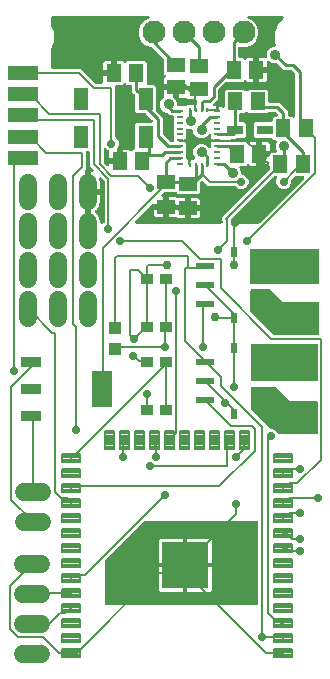
<source format=gbr>
G04 EAGLE Gerber RS-274X export*
G75*
%MOMM*%
%FSLAX34Y34*%
%LPD*%
%INTop Copper*%
%IPPOS*%
%AMOC8*
5,1,8,0,0,1.08239X$1,22.5*%
G01*
%ADD10C,1.524000*%
%ADD11R,1.000000X1.100000*%
%ADD12C,0.198000*%
%ADD13R,4.000000X4.000000*%
%ADD14R,1.600200X0.508000*%
%ADD15R,0.609600X0.889000*%
%ADD16R,1.701800X1.803400*%
%ADD17R,0.475000X0.250000*%
%ADD18R,0.250000X0.375000*%
%ADD19R,1.500000X1.300000*%
%ADD20R,1.300000X1.500000*%
%ADD21R,1.300000X1.900000*%
%ADD22R,1.500000X1.200000*%
%ADD23C,1.930400*%
%ADD24R,1.350000X0.800000*%
%ADD25C,0.127000*%
%ADD26C,0.711200*%
%ADD27R,1.761200X0.850800*%
%ADD28R,1.761200X3.150800*%
%ADD29R,1.000000X0.900000*%
%ADD30R,2.540000X1.270000*%
%ADD31C,0.152400*%
%ADD32C,0.706400*%
%ADD33C,0.756400*%
%ADD34C,0.254000*%
%ADD35C,0.906400*%
%ADD36C,0.160000*%

G36*
X218456Y59242D02*
X218456Y59242D01*
X218475Y59240D01*
X218577Y59262D01*
X218679Y59279D01*
X218696Y59288D01*
X218716Y59292D01*
X218805Y59345D01*
X218896Y59394D01*
X218910Y59408D01*
X218927Y59418D01*
X218994Y59497D01*
X219066Y59572D01*
X219074Y59590D01*
X219087Y59605D01*
X219126Y59701D01*
X219169Y59795D01*
X219171Y59815D01*
X219179Y59833D01*
X219197Y60000D01*
X219197Y130000D01*
X219194Y130020D01*
X219196Y130039D01*
X219174Y130141D01*
X219158Y130243D01*
X219148Y130260D01*
X219144Y130280D01*
X219091Y130369D01*
X219042Y130460D01*
X219028Y130474D01*
X219018Y130491D01*
X218939Y130558D01*
X218864Y130630D01*
X218846Y130638D01*
X218831Y130651D01*
X218735Y130690D01*
X218641Y130733D01*
X218621Y130735D01*
X218603Y130743D01*
X218436Y130761D01*
X123247Y130761D01*
X123157Y130747D01*
X123066Y130739D01*
X123037Y130727D01*
X123005Y130722D01*
X122924Y130679D01*
X122840Y130643D01*
X122808Y130617D01*
X122787Y130606D01*
X122765Y130583D01*
X122709Y130538D01*
X89462Y97291D01*
X89409Y97217D01*
X89349Y97148D01*
X89337Y97117D01*
X89318Y97091D01*
X89291Y97004D01*
X89257Y96919D01*
X89253Y96878D01*
X89246Y96856D01*
X89247Y96824D01*
X89239Y96753D01*
X89239Y60000D01*
X89242Y59980D01*
X89240Y59961D01*
X89262Y59859D01*
X89279Y59757D01*
X89288Y59740D01*
X89292Y59720D01*
X89345Y59631D01*
X89394Y59540D01*
X89408Y59526D01*
X89418Y59509D01*
X89497Y59442D01*
X89572Y59371D01*
X89590Y59362D01*
X89605Y59349D01*
X89701Y59310D01*
X89795Y59267D01*
X89815Y59265D01*
X89833Y59257D01*
X90000Y59239D01*
X218436Y59239D01*
X218456Y59242D01*
G37*
G36*
X147058Y451626D02*
X147058Y451626D01*
X147177Y451633D01*
X147215Y451646D01*
X147256Y451651D01*
X147366Y451694D01*
X147479Y451731D01*
X147514Y451753D01*
X147551Y451768D01*
X147647Y451837D01*
X147748Y451901D01*
X147776Y451931D01*
X147809Y451954D01*
X147885Y452046D01*
X147966Y452133D01*
X147986Y452168D01*
X148011Y452199D01*
X148062Y452307D01*
X148120Y452411D01*
X148130Y452451D01*
X148147Y452487D01*
X148169Y452604D01*
X148199Y452719D01*
X148203Y452779D01*
X148207Y452799D01*
X148205Y452820D01*
X148209Y452880D01*
X148209Y454384D01*
X148255Y454555D01*
X148269Y454659D01*
X148292Y454763D01*
X148291Y454816D01*
X148298Y454870D01*
X148286Y454975D01*
X148283Y455080D01*
X148268Y455132D01*
X148262Y455186D01*
X148224Y455284D01*
X148209Y455334D01*
X148209Y472720D01*
X148194Y472838D01*
X148187Y472957D01*
X148174Y472995D01*
X148169Y473036D01*
X148126Y473146D01*
X148089Y473259D01*
X148067Y473294D01*
X148052Y473331D01*
X147983Y473427D01*
X147919Y473528D01*
X147889Y473556D01*
X147866Y473589D01*
X147774Y473665D01*
X147687Y473746D01*
X147652Y473766D01*
X147621Y473791D01*
X147513Y473842D01*
X147409Y473900D01*
X147369Y473910D01*
X147333Y473927D01*
X147216Y473949D01*
X147101Y473979D01*
X147041Y473983D01*
X147021Y473987D01*
X147000Y473985D01*
X146940Y473989D01*
X144672Y473989D01*
X142865Y475796D01*
X142787Y475856D01*
X142715Y475924D01*
X142662Y475953D01*
X142614Y475990D01*
X142523Y476030D01*
X142436Y476078D01*
X142378Y476093D01*
X142322Y476117D01*
X142224Y476132D01*
X142128Y476157D01*
X142028Y476163D01*
X142008Y476167D01*
X141996Y476165D01*
X141968Y476167D01*
X141943Y476167D01*
X139344Y477244D01*
X137354Y479234D01*
X136277Y481833D01*
X136277Y484647D01*
X137354Y487246D01*
X139455Y489347D01*
X139519Y489430D01*
X139591Y489508D01*
X139617Y489556D01*
X139650Y489598D01*
X139692Y489695D01*
X139742Y489788D01*
X139755Y489841D01*
X139776Y489890D01*
X139793Y489995D01*
X139818Y490097D01*
X139817Y490151D01*
X139826Y490204D01*
X139816Y490310D01*
X139815Y490415D01*
X139798Y490499D01*
X139796Y490521D01*
X139791Y490536D01*
X139783Y490573D01*
X139659Y491036D01*
X139659Y495331D01*
X147161Y495331D01*
X147161Y489957D01*
X147173Y489859D01*
X147176Y489760D01*
X147193Y489702D01*
X147201Y489642D01*
X147237Y489550D01*
X147265Y489455D01*
X147295Y489402D01*
X147318Y489346D01*
X147376Y489266D01*
X147426Y489181D01*
X147493Y489105D01*
X147505Y489089D01*
X147514Y489081D01*
X147533Y489060D01*
X149346Y487246D01*
X150423Y484647D01*
X150423Y482880D01*
X150438Y482762D01*
X150445Y482643D01*
X150458Y482605D01*
X150463Y482564D01*
X150506Y482454D01*
X150543Y482341D01*
X150565Y482306D01*
X150580Y482269D01*
X150649Y482173D01*
X150713Y482072D01*
X150743Y482044D01*
X150766Y482011D01*
X150858Y481935D01*
X150945Y481854D01*
X150980Y481834D01*
X151011Y481809D01*
X151119Y481758D01*
X151223Y481700D01*
X151263Y481690D01*
X151299Y481673D01*
X151416Y481651D01*
X151531Y481621D01*
X151591Y481617D01*
X151611Y481613D01*
X151632Y481615D01*
X151692Y481611D01*
X155051Y481611D01*
X155089Y481601D01*
X155189Y481595D01*
X155209Y481591D01*
X155221Y481593D01*
X155249Y481591D01*
X156793Y481591D01*
X156888Y481576D01*
X157004Y481550D01*
X157045Y481551D01*
X157085Y481545D01*
X157203Y481556D01*
X157322Y481559D01*
X157361Y481571D01*
X157401Y481574D01*
X157513Y481615D01*
X157628Y481648D01*
X157663Y481668D01*
X157701Y481682D01*
X157799Y481749D01*
X157902Y481809D01*
X157947Y481849D01*
X157964Y481861D01*
X157977Y481876D01*
X158023Y481916D01*
X158948Y482841D01*
X163703Y482841D01*
X163711Y482837D01*
X163763Y482824D01*
X163813Y482802D01*
X163917Y482786D01*
X164020Y482760D01*
X164074Y482761D01*
X164127Y482753D01*
X164232Y482762D01*
X164338Y482763D01*
X164422Y482780D01*
X164443Y482782D01*
X164458Y482788D01*
X164496Y482795D01*
X164666Y482841D01*
X166170Y482841D01*
X166288Y482856D01*
X166407Y482863D01*
X166445Y482876D01*
X166486Y482881D01*
X166596Y482924D01*
X166709Y482961D01*
X166744Y482983D01*
X166781Y482998D01*
X166877Y483067D01*
X166978Y483131D01*
X167006Y483161D01*
X167039Y483184D01*
X167115Y483276D01*
X167196Y483363D01*
X167216Y483398D01*
X167241Y483429D01*
X167292Y483537D01*
X167350Y483641D01*
X167360Y483681D01*
X167377Y483717D01*
X167399Y483834D01*
X167429Y483949D01*
X167433Y484009D01*
X167437Y484029D01*
X167435Y484050D01*
X167439Y484110D01*
X167439Y486290D01*
X167424Y486408D01*
X167417Y486527D01*
X167404Y486565D01*
X167399Y486606D01*
X167356Y486716D01*
X167319Y486829D01*
X167297Y486864D01*
X167282Y486901D01*
X167213Y486997D01*
X167149Y487098D01*
X167119Y487126D01*
X167096Y487159D01*
X167004Y487235D01*
X166917Y487316D01*
X166882Y487336D01*
X166851Y487361D01*
X166743Y487412D01*
X166639Y487470D01*
X166599Y487480D01*
X166563Y487497D01*
X166446Y487519D01*
X166331Y487549D01*
X166271Y487553D01*
X166251Y487557D01*
X166230Y487555D01*
X166170Y487559D01*
X160916Y487559D01*
X160269Y487732D01*
X159690Y488067D01*
X159151Y488605D01*
X159068Y488670D01*
X158990Y488742D01*
X158943Y488767D01*
X158900Y488800D01*
X158803Y488842D01*
X158710Y488892D01*
X158658Y488905D01*
X158608Y488927D01*
X158504Y488943D01*
X158401Y488969D01*
X158348Y488968D01*
X158294Y488977D01*
X158189Y488967D01*
X158083Y488966D01*
X157999Y488949D01*
X157978Y488947D01*
X157963Y488942D01*
X157925Y488934D01*
X157534Y488829D01*
X152239Y488829D01*
X152239Y495331D01*
X159741Y495331D01*
X159741Y495330D01*
X159756Y495212D01*
X159763Y495093D01*
X159776Y495055D01*
X159781Y495015D01*
X159824Y494904D01*
X159861Y494791D01*
X159883Y494756D01*
X159898Y494719D01*
X159967Y494623D01*
X160031Y494522D01*
X160061Y494494D01*
X160084Y494461D01*
X160176Y494386D01*
X160263Y494304D01*
X160298Y494284D01*
X160329Y494259D01*
X160437Y494208D01*
X160541Y494150D01*
X160581Y494140D01*
X160617Y494123D01*
X160734Y494101D01*
X160849Y494071D01*
X160909Y494067D01*
X160929Y494063D01*
X160950Y494065D01*
X161010Y494061D01*
X167480Y494061D01*
X167598Y494076D01*
X167717Y494083D01*
X167755Y494096D01*
X167795Y494101D01*
X167906Y494144D01*
X168019Y494181D01*
X168054Y494203D01*
X168091Y494218D01*
X168187Y494288D01*
X168288Y494351D01*
X168316Y494381D01*
X168348Y494405D01*
X168424Y494496D01*
X168506Y494583D01*
X168525Y494618D01*
X168551Y494649D01*
X168602Y494757D01*
X168659Y494861D01*
X168670Y494901D01*
X168687Y494937D01*
X168709Y495054D01*
X168739Y495169D01*
X168743Y495230D01*
X168747Y495250D01*
X168745Y495270D01*
X168749Y495330D01*
X168749Y497870D01*
X168734Y497988D01*
X168727Y498107D01*
X168714Y498145D01*
X168709Y498185D01*
X168666Y498296D01*
X168629Y498409D01*
X168607Y498444D01*
X168592Y498481D01*
X168522Y498577D01*
X168459Y498678D01*
X168429Y498706D01*
X168405Y498738D01*
X168314Y498814D01*
X168227Y498896D01*
X168192Y498915D01*
X168160Y498941D01*
X168053Y498992D01*
X167949Y499049D01*
X167909Y499060D01*
X167873Y499077D01*
X167756Y499099D01*
X167641Y499129D01*
X167580Y499133D01*
X167560Y499137D01*
X167540Y499135D01*
X167480Y499139D01*
X158709Y499139D01*
X158709Y499140D01*
X158694Y499258D01*
X158687Y499377D01*
X158674Y499415D01*
X158669Y499455D01*
X158626Y499566D01*
X158589Y499679D01*
X158567Y499713D01*
X158552Y499751D01*
X158483Y499847D01*
X158419Y499948D01*
X158389Y499976D01*
X158366Y500008D01*
X158274Y500084D01*
X158187Y500166D01*
X158152Y500186D01*
X158121Y500211D01*
X158013Y500262D01*
X157909Y500319D01*
X157869Y500330D01*
X157833Y500347D01*
X157716Y500369D01*
X157601Y500399D01*
X157541Y500403D01*
X157521Y500407D01*
X157500Y500405D01*
X157440Y500409D01*
X150970Y500409D01*
X150852Y500394D01*
X150733Y500387D01*
X150695Y500374D01*
X150655Y500369D01*
X150544Y500325D01*
X150431Y500289D01*
X150396Y500267D01*
X150359Y500252D01*
X150263Y500182D01*
X150162Y500119D01*
X150134Y500089D01*
X150102Y500065D01*
X150026Y499974D01*
X149944Y499887D01*
X149925Y499852D01*
X149899Y499820D01*
X149848Y499713D01*
X149791Y499609D01*
X149780Y499569D01*
X149763Y499533D01*
X149741Y499416D01*
X149711Y499301D01*
X149707Y499240D01*
X149703Y499220D01*
X149705Y499200D01*
X149701Y499140D01*
X149701Y497869D01*
X149699Y497869D01*
X149699Y499140D01*
X149684Y499258D01*
X149677Y499377D01*
X149664Y499415D01*
X149659Y499455D01*
X149615Y499566D01*
X149579Y499679D01*
X149557Y499714D01*
X149542Y499751D01*
X149472Y499847D01*
X149409Y499948D01*
X149379Y499976D01*
X149355Y500008D01*
X149264Y500084D01*
X149177Y500166D01*
X149142Y500185D01*
X149110Y500211D01*
X149003Y500262D01*
X148899Y500319D01*
X148859Y500330D01*
X148823Y500347D01*
X148706Y500369D01*
X148591Y500399D01*
X148530Y500403D01*
X148510Y500407D01*
X148490Y500405D01*
X148430Y500409D01*
X139659Y500409D01*
X139659Y504704D01*
X139832Y505351D01*
X140167Y505930D01*
X140709Y506472D01*
X140782Y506567D01*
X140861Y506656D01*
X140880Y506692D01*
X140904Y506724D01*
X140952Y506833D01*
X141006Y506939D01*
X141015Y506978D01*
X141031Y507016D01*
X141049Y507134D01*
X141075Y507249D01*
X141074Y507290D01*
X141081Y507330D01*
X141069Y507448D01*
X141066Y507567D01*
X141054Y507606D01*
X141051Y507646D01*
X141010Y507758D01*
X140977Y507873D01*
X140957Y507908D01*
X140943Y507946D01*
X140876Y508044D01*
X140816Y508147D01*
X140776Y508192D01*
X140765Y508209D01*
X140749Y508222D01*
X140709Y508267D01*
X139659Y509318D01*
X139659Y520996D01*
X139647Y521094D01*
X139644Y521193D01*
X139627Y521251D01*
X139619Y521311D01*
X139583Y521403D01*
X139555Y521499D01*
X139525Y521551D01*
X139502Y521607D01*
X139444Y521687D01*
X139394Y521772D01*
X139328Y521848D01*
X139316Y521864D01*
X139306Y521872D01*
X139288Y521893D01*
X129545Y531636D01*
X129467Y531696D01*
X129395Y531764D01*
X129342Y531793D01*
X129294Y531830D01*
X129203Y531870D01*
X129116Y531918D01*
X129058Y531933D01*
X129002Y531957D01*
X128904Y531972D01*
X128808Y531997D01*
X128708Y532003D01*
X128688Y532007D01*
X128676Y532005D01*
X128648Y532007D01*
X128225Y532007D01*
X123743Y533863D01*
X120313Y537293D01*
X118457Y541775D01*
X118457Y546625D01*
X120313Y551107D01*
X123743Y554537D01*
X126618Y555727D01*
X126679Y555762D01*
X126744Y555788D01*
X126817Y555840D01*
X126895Y555885D01*
X126945Y555934D01*
X127001Y555974D01*
X127059Y556044D01*
X127123Y556106D01*
X127160Y556166D01*
X127204Y556219D01*
X127242Y556301D01*
X127289Y556377D01*
X127310Y556444D01*
X127340Y556507D01*
X127356Y556595D01*
X127383Y556681D01*
X127386Y556751D01*
X127399Y556820D01*
X127394Y556909D01*
X127398Y556999D01*
X127384Y557067D01*
X127380Y557137D01*
X127352Y557222D01*
X127334Y557310D01*
X127303Y557373D01*
X127282Y557439D01*
X127234Y557515D01*
X127194Y557596D01*
X127149Y557649D01*
X127111Y557708D01*
X127046Y557770D01*
X126988Y557838D01*
X126931Y557878D01*
X126880Y557926D01*
X126801Y557969D01*
X126728Y558021D01*
X126662Y558046D01*
X126601Y558080D01*
X126514Y558102D01*
X126430Y558134D01*
X126361Y558142D01*
X126293Y558159D01*
X126133Y558169D01*
X45400Y558169D01*
X45282Y558154D01*
X45163Y558147D01*
X45125Y558134D01*
X45084Y558129D01*
X44974Y558086D01*
X44861Y558049D01*
X44826Y558027D01*
X44789Y558012D01*
X44693Y557943D01*
X44592Y557879D01*
X44564Y557849D01*
X44531Y557826D01*
X44456Y557734D01*
X44374Y557647D01*
X44354Y557612D01*
X44329Y557581D01*
X44278Y557473D01*
X44220Y557369D01*
X44210Y557329D01*
X44193Y557293D01*
X44171Y557176D01*
X44141Y557061D01*
X44137Y557001D01*
X44133Y556981D01*
X44135Y556960D01*
X44131Y556900D01*
X44131Y550460D01*
X44132Y550451D01*
X44131Y550441D01*
X44152Y550293D01*
X44171Y550144D01*
X44174Y550136D01*
X44175Y550127D01*
X44227Y549974D01*
X46581Y544293D01*
X46581Y535707D01*
X44227Y530026D01*
X44225Y530017D01*
X44220Y530009D01*
X44183Y529864D01*
X44143Y529719D01*
X44143Y529710D01*
X44141Y529701D01*
X44131Y529540D01*
X44131Y514572D01*
X44146Y514454D01*
X44153Y514335D01*
X44166Y514297D01*
X44171Y514256D01*
X44214Y514146D01*
X44251Y514033D01*
X44273Y513998D01*
X44288Y513961D01*
X44358Y513865D01*
X44421Y513764D01*
X44451Y513736D01*
X44474Y513703D01*
X44566Y513627D01*
X44653Y513546D01*
X44688Y513526D01*
X44719Y513501D01*
X44827Y513450D01*
X44931Y513392D01*
X44971Y513382D01*
X45007Y513365D01*
X45124Y513343D01*
X45239Y513313D01*
X45300Y513309D01*
X45320Y513305D01*
X45340Y513307D01*
X45400Y513303D01*
X68868Y513303D01*
X80996Y501174D01*
X81075Y501114D01*
X81147Y501046D01*
X81200Y501017D01*
X81248Y500980D01*
X81339Y500940D01*
X81425Y500892D01*
X81484Y500877D01*
X81539Y500853D01*
X81637Y500838D01*
X81733Y500813D01*
X81833Y500807D01*
X81854Y500803D01*
X81866Y500805D01*
X81894Y500803D01*
X86710Y500803D01*
X86828Y500818D01*
X86947Y500825D01*
X86985Y500838D01*
X87026Y500843D01*
X87136Y500886D01*
X87249Y500923D01*
X87284Y500945D01*
X87321Y500960D01*
X87417Y501029D01*
X87518Y501093D01*
X87546Y501123D01*
X87579Y501146D01*
X87655Y501238D01*
X87736Y501325D01*
X87756Y501360D01*
X87781Y501391D01*
X87832Y501499D01*
X87890Y501603D01*
X87900Y501643D01*
X87917Y501679D01*
X87939Y501796D01*
X87969Y501911D01*
X87973Y501971D01*
X87977Y501991D01*
X87975Y502012D01*
X87979Y502072D01*
X87979Y507371D01*
X95750Y507371D01*
X95868Y507386D01*
X95987Y507393D01*
X96025Y507406D01*
X96065Y507411D01*
X96176Y507454D01*
X96289Y507491D01*
X96324Y507513D01*
X96361Y507528D01*
X96457Y507598D01*
X96558Y507661D01*
X96586Y507691D01*
X96618Y507715D01*
X96694Y507806D01*
X96776Y507893D01*
X96795Y507928D01*
X96821Y507959D01*
X96872Y508067D01*
X96929Y508171D01*
X96940Y508211D01*
X96957Y508247D01*
X96979Y508364D01*
X97009Y508479D01*
X97013Y508540D01*
X97017Y508560D01*
X97015Y508580D01*
X97019Y508640D01*
X97019Y509911D01*
X98290Y509911D01*
X98408Y509926D01*
X98527Y509933D01*
X98565Y509946D01*
X98605Y509951D01*
X98716Y509995D01*
X98829Y510031D01*
X98864Y510053D01*
X98901Y510068D01*
X98997Y510138D01*
X99098Y510201D01*
X99126Y510231D01*
X99158Y510255D01*
X99234Y510346D01*
X99316Y510433D01*
X99335Y510468D01*
X99361Y510500D01*
X99412Y510607D01*
X99469Y510711D01*
X99480Y510751D01*
X99497Y510787D01*
X99519Y510904D01*
X99549Y511019D01*
X99553Y511080D01*
X99557Y511100D01*
X99555Y511120D01*
X99559Y511180D01*
X99559Y519951D01*
X103854Y519951D01*
X104501Y519778D01*
X105080Y519443D01*
X105622Y518901D01*
X105717Y518828D01*
X105806Y518749D01*
X105842Y518730D01*
X105874Y518706D01*
X105983Y518658D01*
X106089Y518604D01*
X106128Y518595D01*
X106166Y518579D01*
X106284Y518561D01*
X106399Y518535D01*
X106440Y518536D01*
X106480Y518529D01*
X106598Y518541D01*
X106717Y518544D01*
X106756Y518556D01*
X106796Y518559D01*
X106908Y518600D01*
X107023Y518633D01*
X107058Y518653D01*
X107096Y518667D01*
X107194Y518734D01*
X107297Y518794D01*
X107342Y518834D01*
X107359Y518845D01*
X107372Y518861D01*
X107417Y518901D01*
X108468Y519951D01*
X123572Y519951D01*
X125061Y518462D01*
X125061Y501120D01*
X125076Y501002D01*
X125083Y500883D01*
X125096Y500845D01*
X125101Y500804D01*
X125144Y500694D01*
X125181Y500581D01*
X125203Y500546D01*
X125218Y500509D01*
X125287Y500413D01*
X125351Y500312D01*
X125381Y500284D01*
X125404Y500251D01*
X125496Y500175D01*
X125583Y500094D01*
X125618Y500074D01*
X125649Y500049D01*
X125757Y499998D01*
X125861Y499940D01*
X125901Y499930D01*
X125937Y499913D01*
X126054Y499891D01*
X126169Y499861D01*
X126229Y499857D01*
X126249Y499853D01*
X126270Y499855D01*
X126330Y499851D01*
X131412Y499851D01*
X132901Y498362D01*
X132901Y478014D01*
X132913Y477916D01*
X132916Y477817D01*
X132933Y477759D01*
X132941Y477699D01*
X132977Y477607D01*
X133005Y477511D01*
X133035Y477459D01*
X133058Y477403D01*
X133116Y477323D01*
X133166Y477238D01*
X133232Y477162D01*
X133244Y477146D01*
X133254Y477138D01*
X133272Y477117D01*
X138271Y472118D01*
X138271Y458674D01*
X138283Y458576D01*
X138286Y458477D01*
X138303Y458419D01*
X138311Y458359D01*
X138347Y458267D01*
X138375Y458171D01*
X138405Y458119D01*
X138428Y458063D01*
X138486Y457983D01*
X138536Y457898D01*
X138602Y457822D01*
X138614Y457806D01*
X138624Y457798D01*
X138642Y457777D01*
X144437Y451982D01*
X144515Y451922D01*
X144587Y451854D01*
X144640Y451825D01*
X144688Y451788D01*
X144779Y451748D01*
X144866Y451700D01*
X144924Y451685D01*
X144980Y451661D01*
X145078Y451646D01*
X145174Y451621D01*
X145274Y451615D01*
X145294Y451611D01*
X145306Y451613D01*
X145334Y451611D01*
X146940Y451611D01*
X147058Y451626D01*
G37*
G36*
X188046Y382446D02*
X188046Y382446D01*
X188165Y382453D01*
X188203Y382466D01*
X188244Y382471D01*
X188354Y382514D01*
X188467Y382551D01*
X188502Y382573D01*
X188539Y382588D01*
X188635Y382658D01*
X188736Y382721D01*
X188764Y382751D01*
X188797Y382774D01*
X188873Y382866D01*
X188954Y382953D01*
X188974Y382988D01*
X188999Y383019D01*
X189050Y383127D01*
X189108Y383231D01*
X189118Y383271D01*
X189135Y383307D01*
X189157Y383424D01*
X189187Y383539D01*
X189191Y383600D01*
X189195Y383620D01*
X189193Y383640D01*
X189197Y383700D01*
X189197Y383964D01*
X189185Y384062D01*
X189182Y384161D01*
X189165Y384220D01*
X189157Y384280D01*
X189121Y384372D01*
X189093Y384467D01*
X189063Y384519D01*
X189040Y384575D01*
X188982Y384655D01*
X188932Y384741D01*
X188866Y384816D01*
X188854Y384833D01*
X188844Y384841D01*
X188826Y384862D01*
X188721Y384966D01*
X188721Y387702D01*
X188826Y387806D01*
X188886Y387885D01*
X188954Y387957D01*
X188983Y388010D01*
X189020Y388058D01*
X189060Y388149D01*
X189108Y388235D01*
X189123Y388294D01*
X189147Y388349D01*
X189162Y388447D01*
X189187Y388543D01*
X189193Y388643D01*
X189197Y388664D01*
X189195Y388676D01*
X189197Y388704D01*
X189197Y388868D01*
X191132Y390803D01*
X191296Y390803D01*
X191394Y390815D01*
X191493Y390818D01*
X191552Y390835D01*
X191612Y390843D01*
X191704Y390879D01*
X191799Y390907D01*
X191851Y390937D01*
X191907Y390960D01*
X191987Y391018D01*
X192073Y391068D01*
X192148Y391134D01*
X192165Y391146D01*
X192173Y391156D01*
X192194Y391174D01*
X228578Y427558D01*
X228638Y427637D01*
X228706Y427709D01*
X228735Y427762D01*
X228772Y427810D01*
X228812Y427901D01*
X228860Y427987D01*
X228875Y428046D01*
X228899Y428101D01*
X228914Y428199D01*
X228939Y428295D01*
X228945Y428395D01*
X228949Y428416D01*
X228947Y428428D01*
X228949Y428456D01*
X228949Y430159D01*
X228933Y430284D01*
X228924Y430409D01*
X228914Y430441D01*
X228909Y430474D01*
X228863Y430592D01*
X228823Y430711D01*
X228805Y430739D01*
X228792Y430770D01*
X228718Y430872D01*
X228650Y430977D01*
X228625Y431000D01*
X228606Y431028D01*
X228509Y431108D01*
X228416Y431193D01*
X228387Y431209D01*
X228361Y431230D01*
X228247Y431284D01*
X228136Y431343D01*
X228103Y431352D01*
X228073Y431366D01*
X227950Y431389D01*
X227827Y431420D01*
X227794Y431419D01*
X227761Y431426D01*
X227635Y431418D01*
X227509Y431417D01*
X227461Y431407D01*
X227443Y431406D01*
X227423Y431399D01*
X227351Y431385D01*
X226995Y431289D01*
X222699Y431289D01*
X222699Y438791D01*
X227680Y438791D01*
X227798Y438806D01*
X227917Y438813D01*
X227955Y438826D01*
X227996Y438831D01*
X228106Y438874D01*
X228219Y438911D01*
X228254Y438933D01*
X228291Y438948D01*
X228387Y439018D01*
X228488Y439081D01*
X228516Y439111D01*
X228549Y439135D01*
X228625Y439226D01*
X228706Y439313D01*
X228726Y439348D01*
X228751Y439379D01*
X228802Y439487D01*
X228860Y439591D01*
X228870Y439631D01*
X228887Y439667D01*
X228909Y439784D01*
X228939Y439899D01*
X228943Y439960D01*
X228947Y439980D01*
X228945Y440000D01*
X228949Y440060D01*
X228949Y440992D01*
X229659Y441702D01*
X229744Y441812D01*
X229833Y441919D01*
X229842Y441938D01*
X229854Y441954D01*
X229909Y442081D01*
X229969Y442207D01*
X229972Y442227D01*
X229981Y442246D01*
X230002Y442384D01*
X230028Y442519D01*
X230027Y442540D01*
X230030Y442560D01*
X230030Y442563D01*
X230041Y442560D01*
X230077Y442543D01*
X230194Y442521D01*
X230309Y442491D01*
X230369Y442487D01*
X230389Y442483D01*
X230410Y442485D01*
X230470Y442481D01*
X233739Y442481D01*
X233788Y442487D01*
X233838Y442485D01*
X233945Y442507D01*
X234054Y442521D01*
X234100Y442539D01*
X234149Y442549D01*
X234248Y442597D01*
X234350Y442638D01*
X234390Y442667D01*
X234435Y442689D01*
X234518Y442760D01*
X234607Y442824D01*
X234639Y442863D01*
X234677Y442895D01*
X234740Y442985D01*
X234810Y443069D01*
X234831Y443114D01*
X234860Y443155D01*
X234899Y443258D01*
X234946Y443357D01*
X234955Y443406D01*
X234972Y443452D01*
X234985Y443562D01*
X235005Y443669D01*
X235002Y443719D01*
X235008Y443768D01*
X234992Y443877D01*
X234986Y443987D01*
X234970Y444034D01*
X234963Y444083D01*
X234911Y444236D01*
X234067Y446273D01*
X234067Y449087D01*
X234911Y451124D01*
X234924Y451172D01*
X234946Y451217D01*
X234966Y451325D01*
X234995Y451431D01*
X234996Y451481D01*
X235005Y451530D01*
X234998Y451639D01*
X235000Y451749D01*
X234989Y451797D01*
X234986Y451847D01*
X234952Y451951D01*
X234926Y452058D01*
X234903Y452102D01*
X234888Y452149D01*
X234829Y452242D01*
X234777Y452339D01*
X234744Y452376D01*
X234717Y452418D01*
X234637Y452493D01*
X234563Y452575D01*
X234522Y452602D01*
X234486Y452636D01*
X234390Y452689D01*
X234298Y452749D01*
X234251Y452766D01*
X234207Y452790D01*
X234101Y452817D01*
X233997Y452853D01*
X233947Y452857D01*
X233899Y452869D01*
X233739Y452879D01*
X232978Y452879D01*
X231119Y454738D01*
X231041Y454798D01*
X230969Y454866D01*
X230916Y454895D01*
X230868Y454932D01*
X230777Y454972D01*
X230690Y455020D01*
X230632Y455035D01*
X230576Y455059D01*
X230478Y455074D01*
X230383Y455099D01*
X230283Y455105D01*
X230262Y455109D01*
X230250Y455107D01*
X230222Y455109D01*
X216828Y455109D01*
X215339Y456598D01*
X215339Y466702D01*
X216828Y468191D01*
X230220Y468191D01*
X230338Y468206D01*
X230457Y468213D01*
X230495Y468226D01*
X230536Y468231D01*
X230646Y468274D01*
X230759Y468311D01*
X230794Y468333D01*
X230831Y468348D01*
X230927Y468417D01*
X231028Y468481D01*
X231056Y468511D01*
X231089Y468534D01*
X231165Y468626D01*
X231246Y468713D01*
X231266Y468748D01*
X231291Y468779D01*
X231342Y468887D01*
X231400Y468991D01*
X231410Y469031D01*
X231427Y469067D01*
X231449Y469184D01*
X231479Y469299D01*
X231483Y469359D01*
X231487Y469379D01*
X231485Y469400D01*
X231489Y469460D01*
X231489Y471472D01*
X232978Y472961D01*
X234896Y472961D01*
X235034Y472978D01*
X235172Y472991D01*
X235191Y472998D01*
X235211Y473001D01*
X235341Y473052D01*
X235471Y473099D01*
X235488Y473110D01*
X235507Y473118D01*
X235620Y473199D01*
X235735Y473277D01*
X235748Y473293D01*
X235764Y473304D01*
X235853Y473412D01*
X235945Y473516D01*
X235954Y473534D01*
X235967Y473549D01*
X236026Y473675D01*
X236090Y473799D01*
X236094Y473819D01*
X236103Y473837D01*
X236129Y473974D01*
X236159Y474109D01*
X236159Y474130D01*
X236163Y474149D01*
X236154Y474288D01*
X236150Y474427D01*
X236144Y474447D01*
X236143Y474467D01*
X236100Y474599D01*
X236061Y474733D01*
X236051Y474750D01*
X236045Y474769D01*
X235970Y474887D01*
X235900Y475007D01*
X235881Y475028D01*
X235875Y475038D01*
X235860Y475052D01*
X235793Y475127D01*
X234243Y476678D01*
X234165Y476738D01*
X234093Y476806D01*
X234040Y476835D01*
X233992Y476872D01*
X233901Y476912D01*
X233814Y476960D01*
X233756Y476975D01*
X233700Y476999D01*
X233602Y477014D01*
X233506Y477039D01*
X233406Y477045D01*
X233386Y477049D01*
X233374Y477047D01*
X233346Y477049D01*
X228278Y477049D01*
X228180Y477037D01*
X228081Y477034D01*
X228023Y477017D01*
X227963Y477009D01*
X227871Y476973D01*
X227775Y476945D01*
X227723Y476915D01*
X227667Y476892D01*
X227587Y476834D01*
X227501Y476784D01*
X227426Y476718D01*
X227410Y476706D01*
X227402Y476696D01*
X227381Y476678D01*
X226442Y475739D01*
X211338Y475739D01*
X210287Y476789D01*
X210193Y476862D01*
X210104Y476941D01*
X210068Y476959D01*
X210036Y476984D01*
X209927Y477032D01*
X209821Y477086D01*
X209782Y477095D01*
X209744Y477111D01*
X209627Y477129D01*
X209511Y477155D01*
X209470Y477154D01*
X209430Y477160D01*
X209312Y477149D01*
X209193Y477146D01*
X209154Y477134D01*
X209114Y477131D01*
X209002Y477090D01*
X208887Y477057D01*
X208852Y477037D01*
X208814Y477023D01*
X208716Y476956D01*
X208613Y476896D01*
X208568Y476856D01*
X208551Y476844D01*
X208538Y476829D01*
X208492Y476789D01*
X207442Y475739D01*
X204310Y475739D01*
X204192Y475724D01*
X204073Y475717D01*
X204035Y475704D01*
X203994Y475699D01*
X203884Y475656D01*
X203771Y475619D01*
X203736Y475597D01*
X203699Y475582D01*
X203603Y475513D01*
X203502Y475449D01*
X203474Y475419D01*
X203441Y475396D01*
X203365Y475304D01*
X203284Y475217D01*
X203264Y475182D01*
X203239Y475151D01*
X203188Y475043D01*
X203130Y474939D01*
X203120Y474899D01*
X203103Y474863D01*
X203081Y474746D01*
X203051Y474631D01*
X203047Y474571D01*
X203043Y474551D01*
X203045Y474530D01*
X203041Y474470D01*
X203041Y469460D01*
X203056Y469342D01*
X203063Y469223D01*
X203076Y469185D01*
X203081Y469144D01*
X203124Y469034D01*
X203161Y468921D01*
X203183Y468886D01*
X203198Y468849D01*
X203267Y468753D01*
X203331Y468652D01*
X203361Y468624D01*
X203384Y468591D01*
X203476Y468515D01*
X203563Y468434D01*
X203598Y468414D01*
X203629Y468389D01*
X203737Y468338D01*
X203841Y468280D01*
X203881Y468270D01*
X203917Y468253D01*
X204034Y468231D01*
X204149Y468201D01*
X204209Y468197D01*
X204229Y468193D01*
X204250Y468195D01*
X204310Y468191D01*
X207032Y468191D01*
X208521Y466702D01*
X208521Y456598D01*
X207032Y455109D01*
X201144Y455109D01*
X201046Y455097D01*
X200947Y455094D01*
X200889Y455077D01*
X200829Y455069D01*
X200737Y455033D01*
X200641Y455005D01*
X200589Y454975D01*
X200533Y454952D01*
X200453Y454894D01*
X200367Y454844D01*
X200292Y454778D01*
X200276Y454766D01*
X200268Y454756D01*
X200247Y454737D01*
X199498Y453989D01*
X196954Y453989D01*
X196817Y453972D01*
X196678Y453959D01*
X196659Y453952D01*
X196639Y453949D01*
X196510Y453898D01*
X196379Y453851D01*
X196362Y453840D01*
X196343Y453832D01*
X196231Y453751D01*
X196115Y453673D01*
X196102Y453657D01*
X196086Y453646D01*
X195997Y453538D01*
X195905Y453434D01*
X195896Y453416D01*
X195883Y453401D01*
X195824Y453275D01*
X195760Y453151D01*
X195756Y453131D01*
X195747Y453113D01*
X195721Y452977D01*
X195691Y452841D01*
X195691Y452820D01*
X195687Y452801D01*
X195696Y452662D01*
X195700Y452523D01*
X195706Y452503D01*
X195707Y452483D01*
X195750Y452351D01*
X195789Y452217D01*
X195799Y452200D01*
X195805Y452181D01*
X195880Y452063D01*
X195950Y451943D01*
X195969Y451922D01*
X195975Y451912D01*
X195990Y451898D01*
X196057Y451823D01*
X196137Y451742D01*
X196215Y451682D01*
X196287Y451614D01*
X196340Y451585D01*
X196388Y451548D01*
X196479Y451508D01*
X196566Y451460D01*
X196624Y451445D01*
X196680Y451421D01*
X196778Y451406D01*
X196873Y451381D01*
X196974Y451375D01*
X196994Y451371D01*
X197006Y451373D01*
X197034Y451371D01*
X208712Y451371D01*
X209763Y450321D01*
X209857Y450248D01*
X209946Y450169D01*
X209982Y450150D01*
X210014Y450126D01*
X210123Y450078D01*
X210229Y450024D01*
X210268Y450015D01*
X210306Y449999D01*
X210423Y449981D01*
X210539Y449955D01*
X210580Y449956D01*
X210620Y449949D01*
X210738Y449961D01*
X210857Y449964D01*
X210896Y449976D01*
X210936Y449979D01*
X211048Y450020D01*
X211163Y450053D01*
X211198Y450073D01*
X211236Y450087D01*
X211334Y450154D01*
X211437Y450214D01*
X211482Y450254D01*
X211499Y450265D01*
X211512Y450281D01*
X211558Y450321D01*
X212100Y450863D01*
X212679Y451198D01*
X213326Y451371D01*
X217621Y451371D01*
X217621Y442600D01*
X217636Y442482D01*
X217643Y442363D01*
X217656Y442325D01*
X217661Y442285D01*
X217704Y442174D01*
X217741Y442061D01*
X217763Y442026D01*
X217778Y441989D01*
X217848Y441893D01*
X217911Y441792D01*
X217941Y441764D01*
X217965Y441732D01*
X218056Y441656D01*
X218143Y441574D01*
X218178Y441555D01*
X218209Y441529D01*
X218317Y441478D01*
X218421Y441421D01*
X218461Y441410D01*
X218497Y441393D01*
X218614Y441371D01*
X218729Y441341D01*
X218790Y441337D01*
X218810Y441333D01*
X218830Y441335D01*
X218890Y441331D01*
X220161Y441331D01*
X220161Y441329D01*
X218890Y441329D01*
X218772Y441314D01*
X218653Y441307D01*
X218615Y441294D01*
X218575Y441289D01*
X218464Y441245D01*
X218351Y441209D01*
X218316Y441187D01*
X218279Y441172D01*
X218183Y441102D01*
X218082Y441039D01*
X218054Y441009D01*
X218021Y440985D01*
X217946Y440894D01*
X217864Y440807D01*
X217844Y440772D01*
X217819Y440740D01*
X217768Y440633D01*
X217710Y440529D01*
X217700Y440489D01*
X217683Y440453D01*
X217661Y440336D01*
X217631Y440221D01*
X217627Y440160D01*
X217623Y440140D01*
X217625Y440120D01*
X217621Y440060D01*
X217621Y431289D01*
X213326Y431289D01*
X212679Y431462D01*
X212100Y431797D01*
X211558Y432339D01*
X211463Y432412D01*
X211374Y432491D01*
X211338Y432510D01*
X211306Y432534D01*
X211197Y432582D01*
X211091Y432636D01*
X211052Y432645D01*
X211014Y432661D01*
X210896Y432679D01*
X210781Y432705D01*
X210740Y432704D01*
X210700Y432711D01*
X210582Y432699D01*
X210463Y432696D01*
X210424Y432684D01*
X210384Y432681D01*
X210272Y432640D01*
X210157Y432607D01*
X210122Y432587D01*
X210084Y432573D01*
X209986Y432506D01*
X209883Y432446D01*
X209838Y432406D01*
X209821Y432395D01*
X209808Y432379D01*
X209763Y432339D01*
X208712Y431289D01*
X204557Y431289D01*
X204419Y431272D01*
X204281Y431259D01*
X204262Y431252D01*
X204242Y431249D01*
X204112Y431198D01*
X203982Y431151D01*
X203965Y431140D01*
X203946Y431132D01*
X203834Y431051D01*
X203719Y430973D01*
X203705Y430957D01*
X203689Y430946D01*
X203600Y430838D01*
X203508Y430734D01*
X203499Y430716D01*
X203486Y430701D01*
X203427Y430575D01*
X203363Y430451D01*
X203359Y430431D01*
X203350Y430413D01*
X203324Y430277D01*
X203294Y430141D01*
X203294Y430120D01*
X203291Y430101D01*
X203299Y429962D01*
X203303Y429823D01*
X203309Y429803D01*
X203310Y429783D01*
X203353Y429651D01*
X203392Y429517D01*
X203402Y429500D01*
X203408Y429481D01*
X203483Y429363D01*
X203553Y429243D01*
X203572Y429222D01*
X203579Y429212D01*
X203593Y429198D01*
X203660Y429122D01*
X203956Y428826D01*
X205033Y426227D01*
X205033Y424918D01*
X205048Y424800D01*
X205055Y424681D01*
X205068Y424643D01*
X205073Y424602D01*
X205116Y424492D01*
X205153Y424379D01*
X205175Y424344D01*
X205190Y424307D01*
X205259Y424211D01*
X205323Y424110D01*
X205353Y424082D01*
X205376Y424049D01*
X205468Y423973D01*
X205555Y423892D01*
X205590Y423872D01*
X205621Y423847D01*
X205729Y423796D01*
X205833Y423738D01*
X205873Y423728D01*
X205909Y423711D01*
X206026Y423689D01*
X206141Y423659D01*
X206165Y423657D01*
X208418Y422724D01*
X210126Y421016D01*
X211051Y418784D01*
X211051Y416368D01*
X210126Y414136D01*
X208418Y412428D01*
X206186Y411503D01*
X203770Y411503D01*
X201538Y412428D01*
X200064Y413902D01*
X199986Y413962D01*
X199914Y414030D01*
X199861Y414059D01*
X199813Y414096D01*
X199722Y414136D01*
X199635Y414184D01*
X199577Y414199D01*
X199521Y414223D01*
X199423Y414238D01*
X199328Y414263D01*
X199228Y414269D01*
X199207Y414273D01*
X199195Y414271D01*
X199167Y414273D01*
X176940Y414273D01*
X172744Y418470D01*
X172649Y418543D01*
X172560Y418621D01*
X172524Y418640D01*
X172492Y418664D01*
X172383Y418712D01*
X172277Y418766D01*
X172238Y418775D01*
X172201Y418791D01*
X172083Y418810D01*
X171967Y418836D01*
X171927Y418834D01*
X171886Y418841D01*
X171768Y418829D01*
X171649Y418826D01*
X171610Y418815D01*
X171570Y418811D01*
X171458Y418771D01*
X171343Y418737D01*
X171309Y418717D01*
X171271Y418703D01*
X171172Y418636D01*
X171070Y418576D01*
X171024Y418536D01*
X171007Y418525D01*
X170994Y418509D01*
X170949Y418470D01*
X170432Y417953D01*
X170273Y417793D01*
X170212Y417715D01*
X170144Y417643D01*
X170115Y417590D01*
X170078Y417542D01*
X170038Y417451D01*
X169990Y417364D01*
X169975Y417306D01*
X169951Y417250D01*
X169936Y417152D01*
X169911Y417057D01*
X169905Y416956D01*
X169901Y416936D01*
X169903Y416924D01*
X169901Y416896D01*
X169901Y409218D01*
X168412Y407729D01*
X151308Y407729D01*
X150409Y408628D01*
X150331Y408688D01*
X150259Y408756D01*
X150206Y408785D01*
X150158Y408822D01*
X150067Y408862D01*
X149980Y408910D01*
X149922Y408925D01*
X149866Y408949D01*
X149768Y408964D01*
X149673Y408989D01*
X149572Y408995D01*
X149552Y408999D01*
X149540Y408997D01*
X149512Y408999D01*
X139876Y408999D01*
X139778Y408987D01*
X139679Y408984D01*
X139620Y408967D01*
X139560Y408959D01*
X139468Y408923D01*
X139373Y408895D01*
X139321Y408865D01*
X139265Y408842D01*
X139185Y408784D01*
X139099Y408734D01*
X139024Y408668D01*
X139007Y408656D01*
X138999Y408646D01*
X138978Y408628D01*
X137598Y407247D01*
X137513Y407138D01*
X137424Y407031D01*
X137416Y407012D01*
X137403Y406996D01*
X137348Y406869D01*
X137289Y406743D01*
X137285Y406723D01*
X137277Y406704D01*
X137255Y406566D01*
X137229Y406430D01*
X137230Y406410D01*
X137227Y406390D01*
X137240Y406251D01*
X137249Y406113D01*
X137255Y406094D01*
X137257Y406074D01*
X137304Y405942D01*
X137347Y405811D01*
X137358Y405793D01*
X137365Y405774D01*
X137443Y405659D01*
X137517Y405542D01*
X137532Y405528D01*
X137543Y405511D01*
X137647Y405419D01*
X137749Y405324D01*
X137766Y405314D01*
X137782Y405301D01*
X137906Y405237D01*
X138027Y405170D01*
X138047Y405165D01*
X138065Y405156D01*
X138201Y405126D01*
X138271Y405108D01*
X138271Y399079D01*
X129956Y399079D01*
X129858Y399067D01*
X129758Y399064D01*
X129700Y399047D01*
X129640Y399039D01*
X129548Y399003D01*
X129453Y398975D01*
X129401Y398945D01*
X129344Y398922D01*
X129264Y398864D01*
X129179Y398814D01*
X129104Y398747D01*
X129087Y398735D01*
X129079Y398726D01*
X129058Y398707D01*
X114948Y384598D01*
X114863Y384488D01*
X114774Y384381D01*
X114766Y384362D01*
X114753Y384346D01*
X114698Y384218D01*
X114639Y384093D01*
X114635Y384073D01*
X114627Y384054D01*
X114605Y383916D01*
X114579Y383781D01*
X114580Y383760D01*
X114577Y383740D01*
X114590Y383601D01*
X114599Y383463D01*
X114605Y383444D01*
X114607Y383424D01*
X114654Y383292D01*
X114697Y383161D01*
X114708Y383143D01*
X114715Y383124D01*
X114793Y383009D01*
X114867Y382892D01*
X114882Y382878D01*
X114893Y382861D01*
X114997Y382769D01*
X115099Y382674D01*
X115116Y382664D01*
X115132Y382651D01*
X115255Y382588D01*
X115377Y382520D01*
X115397Y382515D01*
X115415Y382506D01*
X115551Y382476D01*
X115685Y382441D01*
X115713Y382439D01*
X115725Y382437D01*
X115746Y382437D01*
X115846Y382431D01*
X187928Y382431D01*
X188046Y382446D01*
G37*
G36*
X249527Y472155D02*
X249527Y472155D01*
X249665Y472163D01*
X249684Y472169D01*
X249704Y472171D01*
X249835Y472218D01*
X249967Y472261D01*
X249985Y472272D01*
X250004Y472279D01*
X250118Y472357D01*
X250236Y472431D01*
X250250Y472446D01*
X250267Y472457D01*
X250359Y472562D01*
X250454Y472663D01*
X250464Y472681D01*
X250477Y472696D01*
X250540Y472820D01*
X250608Y472941D01*
X250613Y472961D01*
X250622Y472979D01*
X250652Y473115D01*
X250687Y473249D01*
X250689Y473277D01*
X250692Y473289D01*
X250691Y473310D01*
X250697Y473410D01*
X250697Y508408D01*
X250685Y508506D01*
X250682Y508605D01*
X250665Y508663D01*
X250657Y508723D01*
X250621Y508815D01*
X250593Y508911D01*
X250563Y508963D01*
X250540Y509019D01*
X250482Y509099D01*
X250432Y509184D01*
X250366Y509260D01*
X250354Y509276D01*
X250344Y509284D01*
X250326Y509305D01*
X247553Y512078D01*
X247475Y512138D01*
X247403Y512206D01*
X247350Y512235D01*
X247302Y512272D01*
X247211Y512312D01*
X247124Y512360D01*
X247066Y512375D01*
X247010Y512399D01*
X246912Y512414D01*
X246816Y512439D01*
X246716Y512445D01*
X246696Y512449D01*
X246684Y512447D01*
X246656Y512449D01*
X240832Y512449D01*
X235575Y517706D01*
X235497Y517766D01*
X235425Y517834D01*
X235372Y517863D01*
X235324Y517900D01*
X235233Y517940D01*
X235146Y517988D01*
X235088Y518003D01*
X235032Y518027D01*
X234934Y518042D01*
X234838Y518067D01*
X234738Y518073D01*
X234718Y518077D01*
X234706Y518075D01*
X234678Y518077D01*
X232113Y518077D01*
X229514Y519154D01*
X228827Y519840D01*
X228718Y519925D01*
X228611Y520014D01*
X228592Y520023D01*
X228576Y520035D01*
X228448Y520090D01*
X228323Y520150D01*
X228303Y520153D01*
X228284Y520161D01*
X228146Y520183D01*
X228010Y520209D01*
X227990Y520208D01*
X227970Y520211D01*
X227831Y520198D01*
X227693Y520190D01*
X227674Y520183D01*
X227654Y520182D01*
X227523Y520134D01*
X227391Y520092D01*
X227373Y520081D01*
X227354Y520074D01*
X227240Y519996D01*
X227122Y519921D01*
X227108Y519907D01*
X227091Y519895D01*
X226999Y519791D01*
X226904Y519690D01*
X226894Y519672D01*
X226881Y519657D01*
X226818Y519533D01*
X226750Y519411D01*
X226745Y519392D01*
X226736Y519374D01*
X226706Y519238D01*
X226671Y519103D01*
X226669Y519075D01*
X226666Y519063D01*
X226667Y519043D01*
X226661Y518943D01*
X226661Y514989D01*
X220159Y514989D01*
X220159Y522491D01*
X224454Y522491D01*
X224849Y522385D01*
X224974Y522368D01*
X225098Y522344D01*
X225131Y522346D01*
X225165Y522342D01*
X225290Y522356D01*
X225415Y522364D01*
X225447Y522374D01*
X225481Y522378D01*
X225598Y522423D01*
X225717Y522462D01*
X225746Y522480D01*
X225777Y522492D01*
X225880Y522565D01*
X225986Y522632D01*
X226009Y522657D01*
X226037Y522676D01*
X226118Y522772D01*
X226204Y522864D01*
X226220Y522893D01*
X226242Y522919D01*
X226297Y523032D01*
X226358Y523142D01*
X226366Y523175D01*
X226381Y523205D01*
X226406Y523329D01*
X226437Y523450D01*
X226440Y523499D01*
X226444Y523517D01*
X226443Y523539D01*
X226447Y523611D01*
X226447Y526557D01*
X227524Y529156D01*
X229514Y531146D01*
X232113Y532223D01*
X232963Y532223D01*
X233012Y532229D01*
X233062Y532227D01*
X233169Y532249D01*
X233279Y532263D01*
X233325Y532281D01*
X233373Y532291D01*
X233472Y532339D01*
X233574Y532380D01*
X233615Y532409D01*
X233659Y532431D01*
X233743Y532502D01*
X233832Y532566D01*
X233863Y532605D01*
X233901Y532637D01*
X233964Y532727D01*
X234034Y532811D01*
X234056Y532856D01*
X234084Y532897D01*
X234123Y533000D01*
X234170Y533099D01*
X234179Y533148D01*
X234197Y533194D01*
X234209Y533304D01*
X234230Y533411D01*
X234227Y533461D01*
X234232Y533510D01*
X234217Y533619D01*
X234210Y533729D01*
X234195Y533776D01*
X234188Y533825D01*
X234136Y533978D01*
X233419Y535707D01*
X233419Y544293D01*
X236705Y552224D01*
X240483Y556003D01*
X240568Y556112D01*
X240657Y556219D01*
X240665Y556238D01*
X240678Y556254D01*
X240733Y556382D01*
X240792Y556507D01*
X240796Y556527D01*
X240804Y556546D01*
X240826Y556684D01*
X240852Y556820D01*
X240851Y556840D01*
X240854Y556860D01*
X240841Y556999D01*
X240832Y557137D01*
X240826Y557156D01*
X240824Y557176D01*
X240777Y557308D01*
X240734Y557439D01*
X240723Y557457D01*
X240716Y557476D01*
X240638Y557591D01*
X240564Y557708D01*
X240549Y557722D01*
X240538Y557739D01*
X240434Y557831D01*
X240332Y557926D01*
X240315Y557936D01*
X240299Y557949D01*
X240176Y558012D01*
X240054Y558080D01*
X240034Y558085D01*
X240016Y558094D01*
X239880Y558124D01*
X239746Y558159D01*
X239718Y558161D01*
X239706Y558164D01*
X239685Y558163D01*
X239585Y558169D01*
X211367Y558169D01*
X211298Y558161D01*
X211228Y558162D01*
X211141Y558141D01*
X211052Y558129D01*
X210987Y558104D01*
X210919Y558087D01*
X210839Y558045D01*
X210756Y558012D01*
X210700Y557971D01*
X210638Y557939D01*
X210571Y557878D01*
X210499Y557826D01*
X210454Y557772D01*
X210403Y557725D01*
X210353Y557650D01*
X210296Y557581D01*
X210266Y557517D01*
X210228Y557459D01*
X210199Y557374D01*
X210160Y557293D01*
X210147Y557224D01*
X210125Y557158D01*
X210117Y557069D01*
X210101Y556981D01*
X210105Y556911D01*
X210099Y556841D01*
X210115Y556753D01*
X210120Y556663D01*
X210142Y556597D01*
X210154Y556528D01*
X210191Y556446D01*
X210218Y556361D01*
X210256Y556302D01*
X210284Y556238D01*
X210340Y556168D01*
X210389Y556092D01*
X210439Y556044D01*
X210483Y555990D01*
X210555Y555935D01*
X210620Y555874D01*
X210681Y555840D01*
X210737Y555798D01*
X210882Y555727D01*
X213757Y554537D01*
X217187Y551107D01*
X219043Y546625D01*
X219043Y541775D01*
X217187Y537293D01*
X213757Y533863D01*
X209275Y532007D01*
X204425Y532007D01*
X204186Y532106D01*
X204177Y532109D01*
X204170Y532113D01*
X204131Y532123D01*
X204093Y532141D01*
X203985Y532161D01*
X203879Y532190D01*
X203869Y532190D01*
X203862Y532192D01*
X203805Y532196D01*
X203780Y532200D01*
X203756Y532199D01*
X203701Y532202D01*
X203700Y532202D01*
X203635Y532194D01*
X203561Y532195D01*
X203513Y532184D01*
X203463Y532181D01*
X203421Y532167D01*
X203384Y532162D01*
X203324Y532138D01*
X203252Y532121D01*
X203208Y532098D01*
X203161Y532083D01*
X203124Y532059D01*
X203089Y532045D01*
X203036Y532007D01*
X202971Y531972D01*
X202934Y531939D01*
X202892Y531912D01*
X202862Y531881D01*
X202831Y531859D01*
X202789Y531807D01*
X202735Y531758D01*
X202708Y531717D01*
X202674Y531681D01*
X202653Y531644D01*
X202629Y531614D01*
X202600Y531553D01*
X202561Y531493D01*
X202544Y531446D01*
X202520Y531402D01*
X202510Y531362D01*
X202493Y531326D01*
X202480Y531259D01*
X202457Y531192D01*
X202453Y531142D01*
X202441Y531094D01*
X202437Y531033D01*
X202433Y531014D01*
X202435Y530994D01*
X202431Y530934D01*
X202431Y523760D01*
X202446Y523642D01*
X202453Y523523D01*
X202466Y523485D01*
X202471Y523444D01*
X202514Y523334D01*
X202551Y523221D01*
X202573Y523186D01*
X202588Y523149D01*
X202658Y523052D01*
X202721Y522952D01*
X202751Y522924D01*
X202774Y522891D01*
X202866Y522815D01*
X202953Y522734D01*
X202988Y522714D01*
X203019Y522689D01*
X203127Y522638D01*
X203231Y522580D01*
X203271Y522570D01*
X203307Y522553D01*
X203424Y522531D01*
X203539Y522501D01*
X203599Y522497D01*
X203619Y522493D01*
X203640Y522495D01*
X203700Y522491D01*
X206172Y522491D01*
X207223Y521441D01*
X207317Y521368D01*
X207406Y521289D01*
X207442Y521270D01*
X207474Y521246D01*
X207583Y521198D01*
X207689Y521144D01*
X207728Y521135D01*
X207766Y521119D01*
X207883Y521101D01*
X207999Y521075D01*
X208040Y521076D01*
X208080Y521069D01*
X208198Y521081D01*
X208317Y521084D01*
X208356Y521096D01*
X208396Y521099D01*
X208508Y521140D01*
X208623Y521173D01*
X208658Y521193D01*
X208696Y521207D01*
X208794Y521274D01*
X208897Y521334D01*
X208942Y521374D01*
X208959Y521385D01*
X208972Y521401D01*
X209018Y521441D01*
X209560Y521983D01*
X210139Y522318D01*
X210786Y522491D01*
X215081Y522491D01*
X215081Y513720D01*
X215096Y513602D01*
X215103Y513483D01*
X215116Y513445D01*
X215121Y513405D01*
X215164Y513294D01*
X215201Y513181D01*
X215223Y513146D01*
X215238Y513109D01*
X215308Y513013D01*
X215371Y512912D01*
X215401Y512884D01*
X215425Y512852D01*
X215516Y512776D01*
X215603Y512694D01*
X215638Y512675D01*
X215669Y512649D01*
X215777Y512598D01*
X215881Y512541D01*
X215921Y512530D01*
X215957Y512513D01*
X216074Y512491D01*
X216189Y512461D01*
X216250Y512457D01*
X216270Y512453D01*
X216290Y512455D01*
X216350Y512451D01*
X217621Y512451D01*
X217621Y512449D01*
X216350Y512449D01*
X216232Y512434D01*
X216113Y512427D01*
X216075Y512414D01*
X216035Y512409D01*
X215924Y512365D01*
X215811Y512329D01*
X215776Y512307D01*
X215739Y512292D01*
X215643Y512222D01*
X215542Y512159D01*
X215514Y512129D01*
X215481Y512105D01*
X215406Y512014D01*
X215324Y511927D01*
X215304Y511892D01*
X215279Y511860D01*
X215228Y511753D01*
X215170Y511649D01*
X215160Y511609D01*
X215143Y511573D01*
X215121Y511456D01*
X215091Y511341D01*
X215087Y511280D01*
X215083Y511260D01*
X215085Y511240D01*
X215081Y511180D01*
X215081Y502409D01*
X210786Y502409D01*
X210139Y502582D01*
X209560Y502917D01*
X209018Y503459D01*
X208923Y503532D01*
X208834Y503611D01*
X208798Y503630D01*
X208766Y503654D01*
X208657Y503702D01*
X208551Y503756D01*
X208512Y503765D01*
X208474Y503781D01*
X208356Y503799D01*
X208241Y503825D01*
X208200Y503824D01*
X208160Y503831D01*
X208042Y503819D01*
X207923Y503816D01*
X207884Y503804D01*
X207844Y503801D01*
X207732Y503760D01*
X207617Y503727D01*
X207582Y503707D01*
X207544Y503693D01*
X207446Y503626D01*
X207343Y503566D01*
X207298Y503526D01*
X207281Y503515D01*
X207268Y503499D01*
X207223Y503459D01*
X206172Y502409D01*
X191954Y502409D01*
X191856Y502397D01*
X191757Y502394D01*
X191699Y502377D01*
X191639Y502369D01*
X191547Y502333D01*
X191451Y502305D01*
X191399Y502275D01*
X191343Y502252D01*
X191263Y502194D01*
X191178Y502144D01*
X191102Y502078D01*
X191086Y502066D01*
X191078Y502056D01*
X191057Y502038D01*
X185632Y496613D01*
X185572Y496535D01*
X185504Y496463D01*
X185475Y496410D01*
X185438Y496362D01*
X185398Y496271D01*
X185350Y496184D01*
X185335Y496126D01*
X185311Y496070D01*
X185296Y495972D01*
X185271Y495876D01*
X185265Y495776D01*
X185261Y495756D01*
X185263Y495744D01*
X185261Y495716D01*
X185261Y488012D01*
X182657Y485408D01*
X181007Y483757D01*
X180921Y483648D01*
X180833Y483541D01*
X180824Y483522D01*
X180812Y483506D01*
X180756Y483378D01*
X180697Y483253D01*
X180693Y483233D01*
X180685Y483214D01*
X180663Y483076D01*
X180637Y482940D01*
X180639Y482920D01*
X180636Y482900D01*
X180649Y482761D01*
X180657Y482623D01*
X180663Y482604D01*
X180665Y482584D01*
X180713Y482452D01*
X180755Y482321D01*
X180766Y482303D01*
X180773Y482284D01*
X180851Y482169D01*
X180925Y482052D01*
X180940Y482038D01*
X180952Y482021D01*
X181056Y481929D01*
X181157Y481834D01*
X181175Y481824D01*
X181190Y481811D01*
X181314Y481747D01*
X181436Y481680D01*
X181455Y481675D01*
X181473Y481666D01*
X181609Y481636D01*
X181743Y481601D01*
X181772Y481599D01*
X181783Y481596D01*
X181804Y481597D01*
X181904Y481591D01*
X183106Y481591D01*
X183106Y477880D01*
X183121Y477762D01*
X183128Y477643D01*
X183140Y477605D01*
X183145Y477564D01*
X183189Y477454D01*
X183226Y477341D01*
X183248Y477306D01*
X183262Y477269D01*
X183332Y477173D01*
X183396Y477072D01*
X183426Y477044D01*
X183449Y477011D01*
X183541Y476935D01*
X183628Y476854D01*
X183663Y476834D01*
X183694Y476809D01*
X183802Y476758D01*
X183906Y476700D01*
X183945Y476690D01*
X183982Y476673D01*
X184099Y476651D01*
X184214Y476621D01*
X184274Y476617D01*
X184294Y476613D01*
X184295Y476613D01*
X184315Y476615D01*
X184375Y476611D01*
X184493Y476626D01*
X184612Y476633D01*
X184650Y476646D01*
X184691Y476651D01*
X184801Y476694D01*
X184915Y476731D01*
X184949Y476753D01*
X184986Y476768D01*
X185083Y476837D01*
X185183Y476901D01*
X185211Y476931D01*
X185244Y476954D01*
X185320Y477046D01*
X185401Y477133D01*
X185421Y477168D01*
X185447Y477199D01*
X185497Y477307D01*
X185555Y477411D01*
X185565Y477451D01*
X185582Y477487D01*
X185604Y477604D01*
X185634Y477719D01*
X185638Y477779D01*
X185642Y477799D01*
X185641Y477820D01*
X185644Y477880D01*
X185644Y481591D01*
X187084Y481591D01*
X187731Y481418D01*
X188310Y481083D01*
X188682Y480711D01*
X188792Y480625D01*
X188899Y480537D01*
X188918Y480528D01*
X188934Y480516D01*
X189062Y480460D01*
X189187Y480401D01*
X189207Y480397D01*
X189226Y480389D01*
X189364Y480367D01*
X189500Y480341D01*
X189520Y480343D01*
X189540Y480339D01*
X189679Y480353D01*
X189817Y480361D01*
X189836Y480367D01*
X189856Y480369D01*
X189987Y480416D01*
X190119Y480459D01*
X190137Y480470D01*
X190156Y480477D01*
X190270Y480555D01*
X190388Y480629D01*
X190402Y480644D01*
X190419Y480655D01*
X190511Y480760D01*
X190606Y480861D01*
X190616Y480879D01*
X190629Y480894D01*
X190693Y481018D01*
X190760Y481139D01*
X190765Y481159D01*
X190774Y481177D01*
X190804Y481313D01*
X190839Y481447D01*
X190841Y481475D01*
X190844Y481487D01*
X190843Y481508D01*
X190849Y481608D01*
X190849Y494332D01*
X192338Y495821D01*
X207442Y495821D01*
X208492Y494771D01*
X208587Y494698D01*
X208676Y494619D01*
X208712Y494600D01*
X208744Y494576D01*
X208853Y494528D01*
X208959Y494474D01*
X208998Y494465D01*
X209036Y494449D01*
X209153Y494431D01*
X209269Y494405D01*
X209310Y494406D01*
X209350Y494400D01*
X209468Y494411D01*
X209587Y494414D01*
X209626Y494426D01*
X209666Y494429D01*
X209779Y494470D01*
X209893Y494503D01*
X209927Y494523D01*
X209966Y494537D01*
X210064Y494604D01*
X210167Y494664D01*
X210212Y494704D01*
X210229Y494716D01*
X210242Y494731D01*
X210287Y494771D01*
X211338Y495821D01*
X226442Y495821D01*
X227931Y494332D01*
X227931Y485940D01*
X227946Y485822D01*
X227953Y485703D01*
X227966Y485665D01*
X227971Y485624D01*
X228014Y485514D01*
X228051Y485401D01*
X228073Y485366D01*
X228088Y485329D01*
X228157Y485233D01*
X228221Y485132D01*
X228251Y485104D01*
X228274Y485071D01*
X228366Y484995D01*
X228453Y484914D01*
X228488Y484894D01*
X228519Y484869D01*
X228627Y484818D01*
X228731Y484760D01*
X228771Y484750D01*
X228807Y484733D01*
X228924Y484711D01*
X229039Y484681D01*
X229099Y484677D01*
X229119Y484673D01*
X229140Y484675D01*
X229200Y484671D01*
X237028Y484671D01*
X244341Y477358D01*
X244341Y474230D01*
X244356Y474112D01*
X244363Y473993D01*
X244376Y473955D01*
X244381Y473914D01*
X244424Y473804D01*
X244461Y473691D01*
X244483Y473656D01*
X244498Y473619D01*
X244567Y473523D01*
X244631Y473422D01*
X244661Y473394D01*
X244684Y473361D01*
X244776Y473285D01*
X244863Y473204D01*
X244898Y473184D01*
X244929Y473159D01*
X245037Y473108D01*
X245141Y473050D01*
X245181Y473040D01*
X245217Y473023D01*
X245334Y473001D01*
X245449Y472971D01*
X245509Y472967D01*
X245529Y472963D01*
X245550Y472965D01*
X245610Y472961D01*
X248082Y472961D01*
X248531Y472513D01*
X248640Y472428D01*
X248747Y472339D01*
X248766Y472330D01*
X248782Y472318D01*
X248910Y472262D01*
X249035Y472203D01*
X249055Y472199D01*
X249074Y472191D01*
X249212Y472169D01*
X249348Y472143D01*
X249368Y472145D01*
X249388Y472141D01*
X249527Y472155D01*
G37*
G36*
X269472Y249242D02*
X269472Y249242D01*
X269491Y249240D01*
X269593Y249262D01*
X269695Y249279D01*
X269712Y249288D01*
X269732Y249292D01*
X269821Y249345D01*
X269912Y249394D01*
X269926Y249408D01*
X269943Y249418D01*
X270010Y249497D01*
X270082Y249572D01*
X270090Y249590D01*
X270103Y249605D01*
X270142Y249701D01*
X270185Y249795D01*
X270187Y249815D01*
X270195Y249833D01*
X270213Y250000D01*
X270213Y280000D01*
X270210Y280020D01*
X270212Y280039D01*
X270190Y280141D01*
X270174Y280243D01*
X270164Y280260D01*
X270160Y280280D01*
X270107Y280369D01*
X270058Y280460D01*
X270044Y280474D01*
X270034Y280491D01*
X269955Y280558D01*
X269880Y280630D01*
X269862Y280638D01*
X269847Y280651D01*
X269751Y280690D01*
X269657Y280733D01*
X269637Y280735D01*
X269619Y280743D01*
X269452Y280761D01*
X214000Y280761D01*
X213980Y280758D01*
X213961Y280760D01*
X213859Y280738D01*
X213757Y280722D01*
X213740Y280712D01*
X213720Y280708D01*
X213631Y280655D01*
X213540Y280606D01*
X213526Y280592D01*
X213509Y280582D01*
X213442Y280503D01*
X213371Y280428D01*
X213362Y280410D01*
X213349Y280395D01*
X213310Y280299D01*
X213267Y280205D01*
X213265Y280185D01*
X213257Y280167D01*
X213239Y280000D01*
X213239Y250000D01*
X213242Y249980D01*
X213240Y249961D01*
X213262Y249859D01*
X213279Y249757D01*
X213288Y249740D01*
X213292Y249720D01*
X213345Y249631D01*
X213394Y249540D01*
X213408Y249526D01*
X213418Y249509D01*
X213497Y249442D01*
X213572Y249371D01*
X213590Y249362D01*
X213605Y249349D01*
X213701Y249310D01*
X213795Y249267D01*
X213815Y249265D01*
X213833Y249257D01*
X214000Y249239D01*
X269452Y249239D01*
X269472Y249242D01*
G37*
G36*
X270020Y331242D02*
X270020Y331242D01*
X270039Y331240D01*
X270141Y331262D01*
X270243Y331279D01*
X270260Y331288D01*
X270280Y331292D01*
X270369Y331345D01*
X270460Y331394D01*
X270474Y331408D01*
X270491Y331418D01*
X270558Y331497D01*
X270630Y331572D01*
X270638Y331590D01*
X270651Y331605D01*
X270690Y331701D01*
X270733Y331795D01*
X270735Y331815D01*
X270743Y331833D01*
X270761Y332000D01*
X270761Y360000D01*
X270758Y360020D01*
X270760Y360039D01*
X270738Y360141D01*
X270722Y360243D01*
X270712Y360260D01*
X270708Y360280D01*
X270655Y360369D01*
X270606Y360460D01*
X270592Y360474D01*
X270582Y360491D01*
X270503Y360558D01*
X270428Y360630D01*
X270410Y360638D01*
X270395Y360651D01*
X270299Y360690D01*
X270205Y360733D01*
X270185Y360735D01*
X270167Y360743D01*
X270000Y360761D01*
X213000Y360761D01*
X212980Y360758D01*
X212961Y360760D01*
X212859Y360738D01*
X212757Y360722D01*
X212740Y360712D01*
X212720Y360708D01*
X212631Y360655D01*
X212540Y360606D01*
X212526Y360592D01*
X212509Y360582D01*
X212442Y360503D01*
X212371Y360428D01*
X212362Y360410D01*
X212349Y360395D01*
X212310Y360299D01*
X212267Y360205D01*
X212265Y360185D01*
X212257Y360167D01*
X212239Y360000D01*
X212239Y332000D01*
X212242Y331980D01*
X212240Y331961D01*
X212262Y331859D01*
X212279Y331757D01*
X212288Y331740D01*
X212292Y331720D01*
X212345Y331631D01*
X212394Y331540D01*
X212408Y331526D01*
X212418Y331509D01*
X212497Y331442D01*
X212572Y331371D01*
X212590Y331362D01*
X212605Y331349D01*
X212701Y331310D01*
X212795Y331267D01*
X212815Y331265D01*
X212833Y331257D01*
X213000Y331239D01*
X270000Y331239D01*
X270020Y331242D01*
G37*
G36*
X269472Y204242D02*
X269472Y204242D01*
X269491Y204240D01*
X269593Y204262D01*
X269695Y204279D01*
X269712Y204288D01*
X269732Y204292D01*
X269821Y204345D01*
X269912Y204394D01*
X269926Y204408D01*
X269943Y204418D01*
X270010Y204497D01*
X270082Y204572D01*
X270090Y204590D01*
X270103Y204605D01*
X270142Y204701D01*
X270185Y204795D01*
X270187Y204815D01*
X270195Y204833D01*
X270213Y205000D01*
X270213Y230548D01*
X270199Y230638D01*
X270191Y230729D01*
X270179Y230759D01*
X270174Y230791D01*
X270131Y230871D01*
X270095Y230955D01*
X270069Y230988D01*
X270058Y231008D01*
X270035Y231030D01*
X269990Y231086D01*
X269538Y231538D01*
X269464Y231592D01*
X269395Y231651D01*
X269365Y231663D01*
X269339Y231682D01*
X269252Y231709D01*
X269167Y231743D01*
X269126Y231747D01*
X269104Y231754D01*
X269071Y231753D01*
X269000Y231761D01*
X246315Y231761D01*
X234538Y243538D01*
X234464Y243591D01*
X234395Y243651D01*
X234365Y243663D01*
X234339Y243682D01*
X234252Y243709D01*
X234167Y243743D01*
X234126Y243747D01*
X234103Y243754D01*
X234071Y243753D01*
X234000Y243761D01*
X214000Y243761D01*
X213980Y243758D01*
X213961Y243760D01*
X213859Y243738D01*
X213757Y243722D01*
X213740Y243712D01*
X213720Y243708D01*
X213631Y243655D01*
X213540Y243606D01*
X213526Y243592D01*
X213509Y243582D01*
X213442Y243503D01*
X213371Y243428D01*
X213362Y243410D01*
X213349Y243395D01*
X213310Y243299D01*
X213267Y243205D01*
X213265Y243185D01*
X213257Y243167D01*
X213239Y243000D01*
X213239Y226000D01*
X213254Y225910D01*
X213261Y225819D01*
X213273Y225789D01*
X213279Y225757D01*
X213321Y225677D01*
X213357Y225593D01*
X213383Y225561D01*
X213394Y225540D01*
X213417Y225518D01*
X213462Y225462D01*
X230128Y208796D01*
X230202Y208743D01*
X230271Y208683D01*
X230301Y208671D01*
X230327Y208652D01*
X230414Y208625D01*
X230499Y208591D01*
X230540Y208587D01*
X230563Y208580D01*
X230595Y208581D01*
X230666Y208573D01*
X231208Y208573D01*
X233440Y207648D01*
X235148Y205940D01*
X235658Y204709D01*
X235720Y204609D01*
X235780Y204509D01*
X235785Y204505D01*
X235788Y204500D01*
X235877Y204425D01*
X235967Y204349D01*
X235973Y204347D01*
X235977Y204343D01*
X236085Y204301D01*
X236195Y204257D01*
X236202Y204256D01*
X236207Y204255D01*
X236225Y204254D01*
X236362Y204239D01*
X269452Y204239D01*
X269472Y204242D01*
G37*
G36*
X247259Y288250D02*
X247259Y288250D01*
X247331Y288252D01*
X247380Y288270D01*
X247431Y288279D01*
X247494Y288312D01*
X247562Y288337D01*
X247602Y288369D01*
X247648Y288394D01*
X247698Y288446D01*
X247754Y288490D01*
X247782Y288534D01*
X247818Y288572D01*
X247848Y288637D01*
X247887Y288697D01*
X247899Y288748D01*
X247921Y288795D01*
X247929Y288866D01*
X247947Y288936D01*
X247943Y288988D01*
X247948Y289039D01*
X247933Y289110D01*
X247928Y289181D01*
X247907Y289229D01*
X247896Y289280D01*
X247859Y289341D01*
X247831Y289407D01*
X247786Y289463D01*
X247770Y289491D01*
X247752Y289506D01*
X247726Y289538D01*
X244569Y292695D01*
X244569Y296905D01*
X247545Y299881D01*
X250158Y299881D01*
X250178Y299884D01*
X250197Y299882D01*
X250299Y299904D01*
X250401Y299920D01*
X250418Y299930D01*
X250438Y299934D01*
X250527Y299987D01*
X250618Y300036D01*
X250632Y300050D01*
X250649Y300060D01*
X250716Y300139D01*
X250788Y300214D01*
X250796Y300232D01*
X250809Y300247D01*
X250848Y300343D01*
X250891Y300437D01*
X250893Y300457D01*
X250901Y300475D01*
X250919Y300642D01*
X250919Y301658D01*
X250916Y301678D01*
X250918Y301697D01*
X250896Y301799D01*
X250880Y301901D01*
X250870Y301918D01*
X250866Y301938D01*
X250813Y302027D01*
X250764Y302118D01*
X250750Y302132D01*
X250740Y302149D01*
X250661Y302216D01*
X250586Y302288D01*
X250568Y302296D01*
X250553Y302309D01*
X250457Y302348D01*
X250363Y302391D01*
X250343Y302393D01*
X250325Y302401D01*
X250158Y302419D01*
X247545Y302419D01*
X244569Y305395D01*
X244569Y309605D01*
X247545Y312581D01*
X251755Y312581D01*
X254731Y309605D01*
X254731Y306992D01*
X254734Y306972D01*
X254732Y306953D01*
X254754Y306851D01*
X254770Y306749D01*
X254780Y306732D01*
X254784Y306712D01*
X254837Y306623D01*
X254886Y306532D01*
X254900Y306518D01*
X254910Y306501D01*
X254989Y306434D01*
X255064Y306362D01*
X255082Y306354D01*
X255097Y306341D01*
X255193Y306302D01*
X255287Y306259D01*
X255307Y306257D01*
X255325Y306249D01*
X255492Y306231D01*
X256508Y306231D01*
X256528Y306234D01*
X256547Y306232D01*
X256649Y306254D01*
X256751Y306270D01*
X256768Y306280D01*
X256788Y306284D01*
X256877Y306337D01*
X256968Y306386D01*
X256982Y306400D01*
X256999Y306410D01*
X257066Y306489D01*
X257138Y306564D01*
X257146Y306582D01*
X257159Y306597D01*
X257198Y306693D01*
X257241Y306787D01*
X257243Y306807D01*
X257251Y306825D01*
X257269Y306992D01*
X257269Y309605D01*
X260245Y312581D01*
X264455Y312581D01*
X267431Y309605D01*
X267431Y305395D01*
X264455Y302419D01*
X261842Y302419D01*
X261822Y302416D01*
X261803Y302418D01*
X261701Y302396D01*
X261599Y302380D01*
X261582Y302370D01*
X261562Y302366D01*
X261473Y302313D01*
X261382Y302264D01*
X261368Y302250D01*
X261351Y302240D01*
X261284Y302161D01*
X261212Y302086D01*
X261204Y302068D01*
X261191Y302053D01*
X261152Y301957D01*
X261109Y301863D01*
X261107Y301843D01*
X261099Y301825D01*
X261081Y301658D01*
X261081Y300642D01*
X261084Y300622D01*
X261082Y300603D01*
X261104Y300501D01*
X261120Y300399D01*
X261130Y300382D01*
X261134Y300362D01*
X261187Y300273D01*
X261236Y300182D01*
X261250Y300168D01*
X261260Y300151D01*
X261339Y300084D01*
X261414Y300012D01*
X261432Y300004D01*
X261447Y299991D01*
X261543Y299952D01*
X261637Y299909D01*
X261657Y299907D01*
X261675Y299899D01*
X261842Y299881D01*
X264455Y299881D01*
X267431Y296905D01*
X267431Y292695D01*
X264274Y289538D01*
X264232Y289480D01*
X264182Y289428D01*
X264160Y289381D01*
X264130Y289339D01*
X264109Y289270D01*
X264079Y289205D01*
X264073Y289153D01*
X264058Y289103D01*
X264059Y289032D01*
X264052Y288961D01*
X264063Y288910D01*
X264064Y288858D01*
X264089Y288790D01*
X264104Y288720D01*
X264131Y288676D01*
X264148Y288627D01*
X264193Y288571D01*
X264230Y288509D01*
X264270Y288475D01*
X264302Y288435D01*
X264362Y288396D01*
X264417Y288349D01*
X264465Y288330D01*
X264509Y288302D01*
X264579Y288284D01*
X264645Y288257D01*
X264716Y288249D01*
X264748Y288241D01*
X264771Y288243D01*
X264812Y288239D01*
X270000Y288239D01*
X270020Y288242D01*
X270039Y288240D01*
X270141Y288262D01*
X270243Y288279D01*
X270260Y288288D01*
X270280Y288292D01*
X270369Y288345D01*
X270460Y288394D01*
X270474Y288408D01*
X270491Y288418D01*
X270558Y288497D01*
X270630Y288572D01*
X270638Y288590D01*
X270651Y288605D01*
X270690Y288701D01*
X270733Y288795D01*
X270735Y288815D01*
X270743Y288833D01*
X270761Y289000D01*
X270761Y315000D01*
X270758Y315020D01*
X270760Y315039D01*
X270738Y315141D01*
X270722Y315243D01*
X270712Y315260D01*
X270708Y315280D01*
X270655Y315369D01*
X270606Y315460D01*
X270592Y315474D01*
X270582Y315491D01*
X270503Y315558D01*
X270428Y315630D01*
X270410Y315638D01*
X270395Y315651D01*
X270299Y315690D01*
X270205Y315733D01*
X270185Y315735D01*
X270167Y315743D01*
X270000Y315761D01*
X240315Y315761D01*
X229538Y326538D01*
X229464Y326591D01*
X229395Y326651D01*
X229365Y326663D01*
X229339Y326682D01*
X229252Y326709D01*
X229167Y326743D01*
X229126Y326747D01*
X229103Y326754D01*
X229071Y326753D01*
X229000Y326761D01*
X214000Y326761D01*
X213910Y326747D01*
X213819Y326739D01*
X213789Y326727D01*
X213757Y326722D01*
X213677Y326679D01*
X213593Y326643D01*
X213561Y326617D01*
X213540Y326606D01*
X213518Y326583D01*
X213462Y326538D01*
X212462Y325538D01*
X212409Y325464D01*
X212349Y325395D01*
X212337Y325365D01*
X212318Y325339D01*
X212291Y325252D01*
X212257Y325167D01*
X212253Y325126D01*
X212246Y325103D01*
X212247Y325071D01*
X212239Y325000D01*
X212239Y308000D01*
X212240Y307993D01*
X212240Y307992D01*
X212241Y307986D01*
X212254Y307910D01*
X212261Y307819D01*
X212273Y307789D01*
X212279Y307757D01*
X212321Y307677D01*
X212357Y307593D01*
X212383Y307561D01*
X212394Y307540D01*
X212417Y307518D01*
X212462Y307462D01*
X231462Y288462D01*
X231536Y288409D01*
X231605Y288349D01*
X231635Y288337D01*
X231661Y288318D01*
X231748Y288291D01*
X231833Y288257D01*
X231874Y288253D01*
X231897Y288246D01*
X231929Y288247D01*
X232000Y288239D01*
X247188Y288239D01*
X247259Y288250D01*
G37*
G36*
X91889Y430920D02*
X91889Y430920D01*
X92027Y430929D01*
X92046Y430935D01*
X92066Y430937D01*
X92198Y430984D01*
X92329Y431027D01*
X92347Y431038D01*
X92366Y431045D01*
X92481Y431123D01*
X92598Y431197D01*
X92612Y431212D01*
X92629Y431223D01*
X92721Y431327D01*
X92816Y431429D01*
X92826Y431446D01*
X92839Y431462D01*
X92903Y431586D01*
X92970Y431707D01*
X92975Y431727D01*
X92984Y431745D01*
X93014Y431880D01*
X93049Y432015D01*
X93051Y432043D01*
X93054Y432055D01*
X93053Y432076D01*
X93059Y432176D01*
X93059Y432441D01*
X100830Y432441D01*
X100948Y432456D01*
X101067Y432463D01*
X101105Y432476D01*
X101145Y432481D01*
X101256Y432524D01*
X101369Y432561D01*
X101404Y432583D01*
X101441Y432598D01*
X101537Y432668D01*
X101638Y432731D01*
X101666Y432761D01*
X101698Y432785D01*
X101774Y432876D01*
X101856Y432963D01*
X101875Y432998D01*
X101901Y433029D01*
X101952Y433137D01*
X102009Y433241D01*
X102020Y433281D01*
X102037Y433317D01*
X102059Y433434D01*
X102089Y433549D01*
X102093Y433610D01*
X102097Y433630D01*
X102095Y433650D01*
X102099Y433710D01*
X102099Y434981D01*
X103370Y434981D01*
X103488Y434996D01*
X103607Y435003D01*
X103645Y435016D01*
X103685Y435021D01*
X103796Y435065D01*
X103909Y435101D01*
X103944Y435123D01*
X103981Y435138D01*
X104077Y435208D01*
X104178Y435271D01*
X104206Y435301D01*
X104238Y435325D01*
X104314Y435416D01*
X104396Y435503D01*
X104415Y435538D01*
X104441Y435570D01*
X104492Y435677D01*
X104549Y435781D01*
X104560Y435821D01*
X104577Y435857D01*
X104599Y435974D01*
X104629Y436089D01*
X104633Y436150D01*
X104637Y436170D01*
X104635Y436190D01*
X104639Y436250D01*
X104639Y445021D01*
X108934Y445021D01*
X109581Y444848D01*
X110160Y444513D01*
X110702Y443971D01*
X110797Y443898D01*
X110886Y443819D01*
X110922Y443800D01*
X110954Y443776D01*
X111063Y443728D01*
X111169Y443674D01*
X111208Y443665D01*
X111246Y443649D01*
X111364Y443631D01*
X111479Y443605D01*
X111520Y443606D01*
X111560Y443599D01*
X111678Y443611D01*
X111797Y443614D01*
X111836Y443626D01*
X111876Y443629D01*
X111988Y443670D01*
X112103Y443703D01*
X112138Y443723D01*
X112176Y443737D01*
X112274Y443804D01*
X112377Y443864D01*
X112422Y443904D01*
X112439Y443915D01*
X112452Y443931D01*
X112497Y443971D01*
X113548Y445021D01*
X113550Y445021D01*
X113668Y445036D01*
X113787Y445043D01*
X113825Y445056D01*
X113866Y445061D01*
X113976Y445104D01*
X114089Y445141D01*
X114124Y445163D01*
X114161Y445178D01*
X114257Y445247D01*
X114358Y445311D01*
X114386Y445341D01*
X114419Y445364D01*
X114495Y445456D01*
X114576Y445543D01*
X114596Y445578D01*
X114621Y445609D01*
X114672Y445717D01*
X114730Y445821D01*
X114740Y445861D01*
X114757Y445897D01*
X114779Y446014D01*
X114809Y446129D01*
X114813Y446189D01*
X114817Y446209D01*
X114815Y446230D01*
X114819Y446290D01*
X114819Y466362D01*
X116308Y467851D01*
X128696Y467851D01*
X128833Y467868D01*
X128972Y467881D01*
X128991Y467888D01*
X129011Y467891D01*
X129140Y467942D01*
X129271Y467989D01*
X129288Y468000D01*
X129307Y468008D01*
X129420Y468089D01*
X129535Y468167D01*
X129548Y468183D01*
X129564Y468194D01*
X129653Y468302D01*
X129745Y468406D01*
X129754Y468424D01*
X129767Y468439D01*
X129826Y468565D01*
X129890Y468689D01*
X129894Y468709D01*
X129903Y468727D01*
X129929Y468863D01*
X129959Y468999D01*
X129959Y469020D01*
X129963Y469039D01*
X129954Y469178D01*
X129950Y469317D01*
X129944Y469337D01*
X129943Y469357D01*
X129900Y469489D01*
X129861Y469623D01*
X129851Y469640D01*
X129845Y469659D01*
X129770Y469777D01*
X129700Y469897D01*
X129681Y469918D01*
X129675Y469928D01*
X129660Y469942D01*
X129593Y470017D01*
X124213Y475398D01*
X124135Y475458D01*
X124063Y475526D01*
X124010Y475555D01*
X123962Y475592D01*
X123871Y475632D01*
X123784Y475680D01*
X123726Y475695D01*
X123670Y475719D01*
X123572Y475734D01*
X123476Y475759D01*
X123376Y475765D01*
X123356Y475769D01*
X123344Y475767D01*
X123316Y475769D01*
X116308Y475769D01*
X114819Y477258D01*
X114819Y490936D01*
X114807Y491034D01*
X114804Y491133D01*
X114787Y491191D01*
X114779Y491251D01*
X114743Y491343D01*
X114715Y491439D01*
X114685Y491491D01*
X114662Y491547D01*
X114604Y491627D01*
X114554Y491712D01*
X114488Y491788D01*
X114476Y491804D01*
X114466Y491812D01*
X114448Y491833D01*
X112209Y494072D01*
X112209Y498600D01*
X112194Y498718D01*
X112187Y498837D01*
X112174Y498875D01*
X112169Y498916D01*
X112126Y499026D01*
X112089Y499139D01*
X112067Y499174D01*
X112052Y499211D01*
X111983Y499307D01*
X111919Y499408D01*
X111889Y499436D01*
X111866Y499469D01*
X111774Y499545D01*
X111687Y499626D01*
X111652Y499646D01*
X111621Y499671D01*
X111513Y499722D01*
X111409Y499780D01*
X111369Y499790D01*
X111333Y499807D01*
X111216Y499829D01*
X111101Y499859D01*
X111041Y499863D01*
X111021Y499867D01*
X111000Y499865D01*
X110940Y499869D01*
X108468Y499869D01*
X107417Y500919D01*
X107323Y500992D01*
X107234Y501071D01*
X107198Y501090D01*
X107166Y501114D01*
X107057Y501162D01*
X106951Y501216D01*
X106912Y501225D01*
X106874Y501241D01*
X106757Y501259D01*
X106641Y501285D01*
X106600Y501284D01*
X106560Y501291D01*
X106442Y501279D01*
X106323Y501276D01*
X106284Y501264D01*
X106244Y501261D01*
X106132Y501220D01*
X106017Y501187D01*
X105982Y501167D01*
X105944Y501153D01*
X105846Y501086D01*
X105743Y501026D01*
X105698Y500986D01*
X105681Y500975D01*
X105668Y500959D01*
X105622Y500919D01*
X105080Y500377D01*
X104501Y500042D01*
X103854Y499869D01*
X99572Y499869D01*
X99454Y499854D01*
X99335Y499847D01*
X99297Y499834D01*
X99256Y499829D01*
X99146Y499786D01*
X99033Y499749D01*
X98998Y499727D01*
X98961Y499712D01*
X98865Y499643D01*
X98764Y499579D01*
X98736Y499549D01*
X98703Y499526D01*
X98627Y499434D01*
X98546Y499347D01*
X98526Y499312D01*
X98501Y499281D01*
X98450Y499173D01*
X98392Y499069D01*
X98382Y499029D01*
X98365Y498993D01*
X98343Y498876D01*
X98313Y498761D01*
X98309Y498701D01*
X98305Y498681D01*
X98307Y498660D01*
X98303Y498600D01*
X98303Y455811D01*
X98315Y455713D01*
X98318Y455614D01*
X98335Y455556D01*
X98343Y455496D01*
X98379Y455404D01*
X98407Y455308D01*
X98437Y455256D01*
X98460Y455200D01*
X98518Y455120D01*
X98568Y455035D01*
X98634Y454959D01*
X98646Y454943D01*
X98656Y454935D01*
X98674Y454914D01*
X100148Y453440D01*
X101073Y451208D01*
X101073Y448792D01*
X100148Y446560D01*
X99933Y446344D01*
X99872Y446266D01*
X99804Y446194D01*
X99775Y446141D01*
X99738Y446093D01*
X99698Y446002D01*
X99650Y445916D01*
X99635Y445857D01*
X99611Y445801D01*
X99596Y445703D01*
X99571Y445608D01*
X99565Y445508D01*
X99561Y445487D01*
X99563Y445475D01*
X99561Y445447D01*
X99561Y437519D01*
X93059Y437519D01*
X93059Y442814D01*
X93113Y443014D01*
X93118Y443050D01*
X93129Y443084D01*
X93139Y443207D01*
X93156Y443329D01*
X93152Y443365D01*
X93155Y443401D01*
X93134Y443523D01*
X93119Y443645D01*
X93106Y443679D01*
X93100Y443715D01*
X93050Y443827D01*
X93006Y443942D01*
X92985Y443972D01*
X92970Y444005D01*
X92893Y444101D01*
X92821Y444201D01*
X92794Y444225D01*
X92771Y444253D01*
X92673Y444327D01*
X92579Y444407D01*
X92546Y444423D01*
X92517Y444444D01*
X92372Y444515D01*
X91560Y444852D01*
X90469Y445942D01*
X90360Y446027D01*
X90253Y446116D01*
X90234Y446125D01*
X90218Y446137D01*
X90091Y446193D01*
X89965Y446252D01*
X89945Y446256D01*
X89926Y446264D01*
X89788Y446286D01*
X89652Y446312D01*
X89632Y446310D01*
X89612Y446314D01*
X89473Y446300D01*
X89335Y446292D01*
X89316Y446286D01*
X89296Y446284D01*
X89164Y446237D01*
X89033Y446194D01*
X89015Y446183D01*
X88996Y446176D01*
X88881Y446098D01*
X88764Y446024D01*
X88750Y446009D01*
X88733Y445998D01*
X88641Y445893D01*
X88546Y445792D01*
X88536Y445774D01*
X88523Y445759D01*
X88459Y445635D01*
X88392Y445514D01*
X88387Y445494D01*
X88378Y445476D01*
X88348Y445340D01*
X88313Y445206D01*
X88311Y445178D01*
X88308Y445166D01*
X88309Y445145D01*
X88303Y445045D01*
X88303Y434394D01*
X88315Y434296D01*
X88318Y434197D01*
X88335Y434138D01*
X88343Y434078D01*
X88379Y433986D01*
X88407Y433891D01*
X88437Y433839D01*
X88460Y433783D01*
X88518Y433703D01*
X88568Y433617D01*
X88634Y433542D01*
X88646Y433525D01*
X88656Y433517D01*
X88674Y433496D01*
X90893Y431278D01*
X91003Y431193D01*
X91109Y431104D01*
X91128Y431096D01*
X91144Y431083D01*
X91272Y431028D01*
X91397Y430969D01*
X91417Y430965D01*
X91436Y430957D01*
X91574Y430935D01*
X91710Y430909D01*
X91730Y430910D01*
X91750Y430907D01*
X91889Y430920D01*
G37*
G36*
X219832Y382443D02*
X219832Y382443D01*
X219931Y382446D01*
X219990Y382463D01*
X220050Y382471D01*
X220142Y382507D01*
X220237Y382535D01*
X220289Y382565D01*
X220345Y382588D01*
X220425Y382646D01*
X220511Y382696D01*
X220586Y382762D01*
X220603Y382774D01*
X220611Y382784D01*
X220632Y382803D01*
X258062Y420233D01*
X258147Y420342D01*
X258236Y420449D01*
X258244Y420468D01*
X258257Y420484D01*
X258312Y420612D01*
X258371Y420737D01*
X258375Y420757D01*
X258383Y420776D01*
X258405Y420914D01*
X258431Y421050D01*
X258430Y421070D01*
X258433Y421090D01*
X258420Y421229D01*
X258411Y421367D01*
X258405Y421386D01*
X258403Y421406D01*
X258356Y421538D01*
X258313Y421669D01*
X258302Y421687D01*
X258295Y421706D01*
X258217Y421821D01*
X258143Y421938D01*
X258128Y421952D01*
X258117Y421969D01*
X258013Y422061D01*
X257911Y422156D01*
X257894Y422166D01*
X257878Y422179D01*
X257755Y422242D01*
X257633Y422310D01*
X257613Y422315D01*
X257595Y422324D01*
X257459Y422354D01*
X257325Y422389D01*
X257297Y422391D01*
X257285Y422394D01*
X257264Y422393D01*
X257164Y422399D01*
X250812Y422399D01*
X250714Y422387D01*
X250615Y422384D01*
X250556Y422367D01*
X250496Y422359D01*
X250404Y422323D01*
X250309Y422295D01*
X250257Y422265D01*
X250201Y422242D01*
X250121Y422184D01*
X250035Y422134D01*
X249960Y422068D01*
X249943Y422056D01*
X249935Y422046D01*
X249914Y422028D01*
X247236Y419350D01*
X247176Y419271D01*
X247108Y419199D01*
X247079Y419146D01*
X247042Y419098D01*
X247002Y419007D01*
X246954Y418921D01*
X246939Y418862D01*
X246915Y418807D01*
X246900Y418709D01*
X246875Y418613D01*
X246869Y418513D01*
X246865Y418492D01*
X246867Y418480D01*
X246865Y418452D01*
X246865Y416368D01*
X245940Y414136D01*
X244232Y412428D01*
X242000Y411503D01*
X239584Y411503D01*
X237352Y412428D01*
X235644Y414136D01*
X234719Y416368D01*
X234719Y418784D01*
X235490Y420644D01*
X235503Y420692D01*
X235524Y420737D01*
X235545Y420845D01*
X235574Y420951D01*
X235575Y421001D01*
X235584Y421050D01*
X235577Y421159D01*
X235579Y421269D01*
X235567Y421317D01*
X235564Y421367D01*
X235530Y421471D01*
X235505Y421578D01*
X235481Y421622D01*
X235466Y421669D01*
X235407Y421762D01*
X235356Y421859D01*
X235323Y421896D01*
X235296Y421938D01*
X235216Y422013D01*
X235142Y422095D01*
X235101Y422122D01*
X235064Y422156D01*
X234968Y422209D01*
X234876Y422269D01*
X234829Y422286D01*
X234786Y422310D01*
X234680Y422337D01*
X234576Y422373D01*
X234526Y422377D01*
X234478Y422389D01*
X234317Y422399D01*
X233286Y422399D01*
X233188Y422387D01*
X233089Y422384D01*
X233030Y422367D01*
X232970Y422359D01*
X232878Y422323D01*
X232783Y422295D01*
X232731Y422265D01*
X232675Y422242D01*
X232595Y422184D01*
X232509Y422134D01*
X232434Y422068D01*
X232417Y422056D01*
X232409Y422046D01*
X232388Y422028D01*
X196519Y386159D01*
X196174Y385814D01*
X196114Y385735D01*
X196046Y385663D01*
X196017Y385610D01*
X195980Y385562D01*
X195940Y385471D01*
X195892Y385385D01*
X195877Y385326D01*
X195853Y385271D01*
X195838Y385173D01*
X195813Y385077D01*
X195807Y384977D01*
X195803Y384956D01*
X195805Y384944D01*
X195803Y384916D01*
X195803Y383700D01*
X195818Y383582D01*
X195825Y383463D01*
X195838Y383425D01*
X195843Y383384D01*
X195886Y383274D01*
X195923Y383161D01*
X195945Y383126D01*
X195960Y383089D01*
X196029Y382993D01*
X196093Y382892D01*
X196123Y382864D01*
X196146Y382831D01*
X196238Y382756D01*
X196325Y382674D01*
X196360Y382654D01*
X196391Y382629D01*
X196499Y382578D01*
X196603Y382520D01*
X196643Y382510D01*
X196679Y382493D01*
X196796Y382471D01*
X196911Y382441D01*
X196971Y382437D01*
X196991Y382433D01*
X197012Y382435D01*
X197072Y382431D01*
X219734Y382431D01*
X219832Y382443D01*
G37*
G36*
X76318Y382446D02*
X76318Y382446D01*
X76437Y382453D01*
X76475Y382466D01*
X76515Y382471D01*
X76626Y382514D01*
X76739Y382551D01*
X76774Y382573D01*
X76811Y382588D01*
X76907Y382658D01*
X77008Y382721D01*
X77036Y382751D01*
X77069Y382774D01*
X77144Y382866D01*
X77226Y382953D01*
X77246Y382988D01*
X77271Y383019D01*
X77322Y383127D01*
X77380Y383231D01*
X77390Y383271D01*
X77407Y383307D01*
X77429Y383424D01*
X77459Y383539D01*
X77463Y383600D01*
X77467Y383620D01*
X77465Y383640D01*
X77469Y383700D01*
X77469Y406401D01*
X85091Y406401D01*
X85091Y400520D01*
X84841Y398941D01*
X84346Y397420D01*
X83620Y395995D01*
X82680Y394701D01*
X81549Y393570D01*
X81394Y393457D01*
X81265Y393335D01*
X81162Y393240D01*
X81162Y393239D01*
X81072Y393098D01*
X80992Y392971D01*
X80991Y392971D01*
X80943Y392822D01*
X80893Y392669D01*
X80893Y392668D01*
X80882Y392495D01*
X80873Y392351D01*
X80918Y392112D01*
X80932Y392039D01*
X80932Y392038D01*
X81019Y391855D01*
X81067Y391751D01*
X81068Y391751D01*
X81194Y391598D01*
X81270Y391506D01*
X81270Y391505D01*
X81271Y391505D01*
X81394Y391403D01*
X81549Y391290D01*
X82680Y390159D01*
X83620Y388865D01*
X84346Y387440D01*
X84841Y385919D01*
X85091Y384340D01*
X85091Y383700D01*
X85106Y383582D01*
X85113Y383463D01*
X85126Y383425D01*
X85131Y383384D01*
X85174Y383274D01*
X85211Y383161D01*
X85233Y383126D01*
X85248Y383089D01*
X85317Y382993D01*
X85381Y382892D01*
X85411Y382864D01*
X85434Y382831D01*
X85526Y382756D01*
X85613Y382674D01*
X85648Y382654D01*
X85679Y382629D01*
X85787Y382578D01*
X85891Y382520D01*
X85931Y382510D01*
X85967Y382493D01*
X86084Y382471D01*
X86199Y382441D01*
X86259Y382437D01*
X86279Y382433D01*
X86300Y382435D01*
X86360Y382431D01*
X87928Y382431D01*
X88046Y382446D01*
X88165Y382453D01*
X88203Y382466D01*
X88244Y382471D01*
X88354Y382514D01*
X88467Y382551D01*
X88502Y382573D01*
X88539Y382588D01*
X88635Y382658D01*
X88736Y382721D01*
X88764Y382751D01*
X88797Y382774D01*
X88873Y382866D01*
X88954Y382953D01*
X88974Y382988D01*
X88999Y383019D01*
X89050Y383127D01*
X89108Y383231D01*
X89118Y383271D01*
X89135Y383307D01*
X89157Y383424D01*
X89187Y383539D01*
X89191Y383600D01*
X89195Y383620D01*
X89193Y383640D01*
X89197Y383700D01*
X89197Y418106D01*
X89185Y418204D01*
X89182Y418303D01*
X89165Y418362D01*
X89157Y418422D01*
X89121Y418514D01*
X89093Y418609D01*
X89063Y418661D01*
X89040Y418717D01*
X88982Y418797D01*
X88932Y418883D01*
X88866Y418958D01*
X88854Y418975D01*
X88844Y418983D01*
X88826Y419004D01*
X86630Y421199D01*
X86614Y421212D01*
X86601Y421227D01*
X86489Y421309D01*
X86379Y421394D01*
X86360Y421402D01*
X86344Y421414D01*
X86215Y421465D01*
X86087Y421521D01*
X86067Y421524D01*
X86049Y421531D01*
X85911Y421549D01*
X85773Y421570D01*
X85753Y421569D01*
X85733Y421571D01*
X85595Y421554D01*
X85456Y421541D01*
X85437Y421534D01*
X85418Y421531D01*
X85288Y421480D01*
X85157Y421433D01*
X85140Y421422D01*
X85122Y421415D01*
X85009Y421333D01*
X84894Y421254D01*
X84880Y421240D01*
X84864Y421228D01*
X84776Y421121D01*
X84683Y421016D01*
X84674Y420998D01*
X84661Y420983D01*
X84602Y420857D01*
X84539Y420733D01*
X84534Y420713D01*
X84526Y420695D01*
X84499Y420558D01*
X84469Y420423D01*
X84469Y420403D01*
X84466Y420383D01*
X84474Y420244D01*
X84479Y420105D01*
X84484Y420085D01*
X84485Y420066D01*
X84525Y419910D01*
X84841Y418939D01*
X85091Y417360D01*
X85091Y411479D01*
X77469Y411479D01*
X77469Y426419D01*
X78280Y426155D01*
X78299Y426152D01*
X78318Y426144D01*
X78455Y426122D01*
X78592Y426096D01*
X78612Y426097D01*
X78632Y426094D01*
X78770Y426107D01*
X78909Y426116D01*
X78928Y426122D01*
X78948Y426124D01*
X79079Y426171D01*
X79212Y426214D01*
X79229Y426224D01*
X79248Y426231D01*
X79363Y426310D01*
X79480Y426384D01*
X79494Y426399D01*
X79511Y426410D01*
X79603Y426514D01*
X79698Y426616D01*
X79708Y426633D01*
X79721Y426648D01*
X79785Y426773D01*
X79852Y426894D01*
X79857Y426914D01*
X79866Y426931D01*
X79896Y427068D01*
X79931Y427202D01*
X79931Y427222D01*
X79935Y427242D01*
X79931Y427381D01*
X79931Y427520D01*
X79926Y427540D01*
X79926Y427560D01*
X79887Y427693D01*
X79852Y427828D01*
X79843Y427846D01*
X79837Y427865D01*
X79766Y427985D01*
X79700Y428107D01*
X79686Y428122D01*
X79676Y428139D01*
X79569Y428260D01*
X79004Y428826D01*
X76697Y431132D01*
X76697Y442500D01*
X76682Y442618D01*
X76675Y442737D01*
X76662Y442775D01*
X76657Y442816D01*
X76614Y442926D01*
X76577Y443039D01*
X76555Y443074D01*
X76540Y443111D01*
X76471Y443207D01*
X76407Y443308D01*
X76377Y443336D01*
X76354Y443369D01*
X76262Y443444D01*
X76175Y443526D01*
X76140Y443546D01*
X76109Y443571D01*
X76001Y443622D01*
X75897Y443680D01*
X75857Y443690D01*
X75821Y443707D01*
X75704Y443729D01*
X75589Y443759D01*
X75529Y443763D01*
X75509Y443767D01*
X75488Y443765D01*
X75428Y443769D01*
X74572Y443769D01*
X74454Y443754D01*
X74335Y443747D01*
X74297Y443734D01*
X74256Y443729D01*
X74146Y443686D01*
X74033Y443649D01*
X73998Y443627D01*
X73961Y443612D01*
X73865Y443543D01*
X73764Y443479D01*
X73736Y443449D01*
X73703Y443426D01*
X73627Y443334D01*
X73546Y443247D01*
X73526Y443212D01*
X73501Y443181D01*
X73450Y443073D01*
X73392Y442969D01*
X73382Y442929D01*
X73365Y442893D01*
X73343Y442776D01*
X73313Y442661D01*
X73309Y442601D01*
X73305Y442581D01*
X73307Y442560D01*
X73303Y442500D01*
X73303Y428632D01*
X72763Y428092D01*
X72702Y428014D01*
X72634Y427941D01*
X72605Y427888D01*
X72568Y427841D01*
X72528Y427750D01*
X72480Y427663D01*
X72465Y427604D01*
X72441Y427549D01*
X72426Y427451D01*
X72401Y427355D01*
X72395Y427255D01*
X72391Y427235D01*
X72393Y427222D01*
X72391Y427194D01*
X72391Y410210D01*
X72406Y410092D01*
X72413Y409973D01*
X72426Y409935D01*
X72431Y409895D01*
X72474Y409784D01*
X72511Y409671D01*
X72533Y409637D01*
X72548Y409599D01*
X72618Y409503D01*
X72681Y409402D01*
X72711Y409374D01*
X72734Y409342D01*
X72826Y409266D01*
X72913Y409184D01*
X72948Y409165D01*
X72979Y409139D01*
X73087Y409088D01*
X73191Y409031D01*
X73231Y409020D01*
X73267Y409003D01*
X73384Y408981D01*
X73499Y408951D01*
X73560Y408947D01*
X73580Y408943D01*
X73600Y408945D01*
X73660Y408941D01*
X74931Y408941D01*
X74931Y408939D01*
X73660Y408939D01*
X73542Y408924D01*
X73423Y408917D01*
X73385Y408904D01*
X73344Y408899D01*
X73234Y408855D01*
X73121Y408819D01*
X73086Y408797D01*
X73049Y408782D01*
X72953Y408712D01*
X72852Y408649D01*
X72824Y408619D01*
X72791Y408595D01*
X72716Y408504D01*
X72634Y408417D01*
X72614Y408382D01*
X72589Y408350D01*
X72538Y408243D01*
X72480Y408138D01*
X72470Y408099D01*
X72453Y408063D01*
X72431Y407946D01*
X72401Y407831D01*
X72397Y407770D01*
X72393Y407750D01*
X72395Y407730D01*
X72391Y407670D01*
X72391Y383700D01*
X72406Y383582D01*
X72413Y383463D01*
X72426Y383425D01*
X72431Y383384D01*
X72474Y383274D01*
X72511Y383161D01*
X72533Y383126D01*
X72548Y383089D01*
X72618Y382993D01*
X72681Y382892D01*
X72711Y382864D01*
X72734Y382831D01*
X72826Y382756D01*
X72913Y382674D01*
X72948Y382654D01*
X72979Y382629D01*
X73087Y382578D01*
X73191Y382520D01*
X73231Y382510D01*
X73267Y382493D01*
X73384Y382471D01*
X73499Y382441D01*
X73560Y382437D01*
X73580Y382433D01*
X73600Y382435D01*
X73660Y382431D01*
X76200Y382431D01*
X76318Y382446D01*
G37*
%LPC*%
G36*
X159023Y94673D02*
X159023Y94673D01*
X159023Y115691D01*
X177834Y115691D01*
X178481Y115518D01*
X179060Y115183D01*
X179533Y114710D01*
X179868Y114131D01*
X180041Y113484D01*
X180041Y94673D01*
X159023Y94673D01*
G37*
%LPD*%
%LPC*%
G36*
X134959Y94673D02*
X134959Y94673D01*
X134959Y113484D01*
X135132Y114131D01*
X135467Y114710D01*
X135940Y115183D01*
X136519Y115518D01*
X137166Y115691D01*
X155977Y115691D01*
X155977Y94673D01*
X134959Y94673D01*
G37*
%LPD*%
%LPC*%
G36*
X159023Y70609D02*
X159023Y70609D01*
X159023Y91627D01*
X180041Y91627D01*
X180041Y72816D01*
X179868Y72169D01*
X179533Y71590D01*
X179060Y71117D01*
X178481Y70782D01*
X177834Y70609D01*
X159023Y70609D01*
G37*
%LPD*%
%LPC*%
G36*
X137166Y70609D02*
X137166Y70609D01*
X136519Y70782D01*
X135940Y71117D01*
X135467Y71590D01*
X135132Y72169D01*
X134959Y72816D01*
X134959Y91627D01*
X155977Y91627D01*
X155977Y70609D01*
X137166Y70609D01*
G37*
%LPD*%
%LPC*%
G36*
X247545Y253489D02*
X247545Y253489D01*
X244569Y256465D01*
X244569Y260675D01*
X247545Y263651D01*
X250158Y263651D01*
X250178Y263654D01*
X250197Y263652D01*
X250299Y263674D01*
X250401Y263690D01*
X250418Y263700D01*
X250438Y263704D01*
X250527Y263757D01*
X250618Y263806D01*
X250632Y263820D01*
X250649Y263830D01*
X250716Y263909D01*
X250788Y263984D01*
X250796Y264002D01*
X250809Y264017D01*
X250848Y264113D01*
X250891Y264207D01*
X250893Y264227D01*
X250901Y264245D01*
X250919Y264412D01*
X250919Y265428D01*
X250916Y265448D01*
X250918Y265467D01*
X250896Y265569D01*
X250880Y265671D01*
X250870Y265688D01*
X250866Y265708D01*
X250813Y265797D01*
X250764Y265888D01*
X250750Y265902D01*
X250740Y265919D01*
X250661Y265986D01*
X250586Y266058D01*
X250568Y266066D01*
X250553Y266079D01*
X250457Y266118D01*
X250363Y266161D01*
X250343Y266163D01*
X250325Y266171D01*
X250158Y266189D01*
X247545Y266189D01*
X244569Y269165D01*
X244569Y273375D01*
X247545Y276351D01*
X251755Y276351D01*
X254731Y273375D01*
X254731Y270762D01*
X254734Y270742D01*
X254732Y270723D01*
X254754Y270621D01*
X254770Y270519D01*
X254780Y270502D01*
X254784Y270482D01*
X254837Y270393D01*
X254886Y270302D01*
X254900Y270288D01*
X254910Y270271D01*
X254989Y270204D01*
X255064Y270132D01*
X255082Y270124D01*
X255097Y270111D01*
X255193Y270072D01*
X255287Y270029D01*
X255307Y270027D01*
X255325Y270019D01*
X255492Y270001D01*
X256508Y270001D01*
X256528Y270004D01*
X256547Y270002D01*
X256649Y270024D01*
X256751Y270040D01*
X256768Y270050D01*
X256788Y270054D01*
X256877Y270107D01*
X256968Y270156D01*
X256982Y270170D01*
X256999Y270180D01*
X257066Y270259D01*
X257138Y270334D01*
X257146Y270352D01*
X257159Y270367D01*
X257198Y270463D01*
X257241Y270557D01*
X257243Y270577D01*
X257251Y270595D01*
X257269Y270762D01*
X257269Y273375D01*
X260245Y276351D01*
X264455Y276351D01*
X267431Y273375D01*
X267431Y269165D01*
X264455Y266189D01*
X261842Y266189D01*
X261822Y266186D01*
X261803Y266188D01*
X261701Y266166D01*
X261599Y266150D01*
X261582Y266140D01*
X261562Y266136D01*
X261473Y266083D01*
X261382Y266034D01*
X261368Y266020D01*
X261351Y266010D01*
X261284Y265931D01*
X261212Y265856D01*
X261204Y265838D01*
X261191Y265823D01*
X261152Y265727D01*
X261109Y265633D01*
X261107Y265613D01*
X261099Y265595D01*
X261081Y265428D01*
X261081Y264412D01*
X261084Y264392D01*
X261082Y264373D01*
X261104Y264271D01*
X261120Y264169D01*
X261130Y264152D01*
X261134Y264132D01*
X261187Y264043D01*
X261236Y263952D01*
X261250Y263938D01*
X261260Y263921D01*
X261339Y263854D01*
X261414Y263782D01*
X261432Y263774D01*
X261447Y263761D01*
X261543Y263722D01*
X261637Y263679D01*
X261657Y263677D01*
X261675Y263669D01*
X261842Y263651D01*
X264455Y263651D01*
X267431Y260675D01*
X267431Y256465D01*
X264455Y253489D01*
X260245Y253489D01*
X257269Y256465D01*
X257269Y259078D01*
X257266Y259098D01*
X257268Y259117D01*
X257246Y259219D01*
X257230Y259321D01*
X257220Y259338D01*
X257216Y259358D01*
X257163Y259447D01*
X257114Y259538D01*
X257100Y259552D01*
X257090Y259569D01*
X257011Y259636D01*
X256936Y259708D01*
X256918Y259716D01*
X256903Y259729D01*
X256807Y259768D01*
X256713Y259811D01*
X256693Y259813D01*
X256675Y259821D01*
X256508Y259839D01*
X255492Y259839D01*
X255472Y259836D01*
X255453Y259838D01*
X255351Y259816D01*
X255249Y259800D01*
X255232Y259790D01*
X255212Y259786D01*
X255123Y259733D01*
X255032Y259684D01*
X255018Y259670D01*
X255001Y259660D01*
X254934Y259581D01*
X254862Y259506D01*
X254854Y259488D01*
X254841Y259473D01*
X254802Y259377D01*
X254759Y259283D01*
X254757Y259263D01*
X254749Y259245D01*
X254731Y259078D01*
X254731Y256465D01*
X251755Y253489D01*
X247545Y253489D01*
G37*
%LPD*%
%LPC*%
G36*
X247545Y334169D02*
X247545Y334169D01*
X244569Y337145D01*
X244569Y341355D01*
X247545Y344331D01*
X250158Y344331D01*
X250178Y344334D01*
X250197Y344332D01*
X250299Y344354D01*
X250401Y344370D01*
X250418Y344380D01*
X250438Y344384D01*
X250527Y344437D01*
X250618Y344486D01*
X250632Y344500D01*
X250649Y344510D01*
X250716Y344589D01*
X250788Y344664D01*
X250796Y344682D01*
X250809Y344697D01*
X250848Y344793D01*
X250891Y344887D01*
X250893Y344907D01*
X250901Y344925D01*
X250919Y345092D01*
X250919Y346108D01*
X250916Y346128D01*
X250918Y346147D01*
X250896Y346249D01*
X250880Y346351D01*
X250870Y346368D01*
X250866Y346388D01*
X250813Y346477D01*
X250764Y346568D01*
X250750Y346582D01*
X250740Y346599D01*
X250661Y346666D01*
X250586Y346738D01*
X250568Y346746D01*
X250553Y346759D01*
X250457Y346798D01*
X250363Y346841D01*
X250343Y346843D01*
X250325Y346851D01*
X250158Y346869D01*
X247545Y346869D01*
X244569Y349845D01*
X244569Y354055D01*
X247545Y357031D01*
X251755Y357031D01*
X254731Y354055D01*
X254731Y351442D01*
X254734Y351422D01*
X254732Y351403D01*
X254754Y351301D01*
X254770Y351199D01*
X254780Y351182D01*
X254784Y351162D01*
X254837Y351073D01*
X254886Y350982D01*
X254900Y350968D01*
X254910Y350951D01*
X254989Y350884D01*
X255064Y350812D01*
X255082Y350804D01*
X255097Y350791D01*
X255193Y350752D01*
X255287Y350709D01*
X255307Y350707D01*
X255325Y350699D01*
X255492Y350681D01*
X256508Y350681D01*
X256528Y350684D01*
X256547Y350682D01*
X256649Y350704D01*
X256751Y350720D01*
X256768Y350730D01*
X256788Y350734D01*
X256877Y350787D01*
X256968Y350836D01*
X256982Y350850D01*
X256999Y350860D01*
X257066Y350939D01*
X257138Y351014D01*
X257146Y351032D01*
X257159Y351047D01*
X257198Y351143D01*
X257241Y351237D01*
X257243Y351257D01*
X257251Y351275D01*
X257269Y351442D01*
X257269Y354055D01*
X260245Y357031D01*
X264455Y357031D01*
X267431Y354055D01*
X267431Y349845D01*
X264455Y346869D01*
X261842Y346869D01*
X261822Y346866D01*
X261803Y346868D01*
X261701Y346846D01*
X261599Y346830D01*
X261582Y346820D01*
X261562Y346816D01*
X261473Y346763D01*
X261382Y346714D01*
X261368Y346700D01*
X261351Y346690D01*
X261284Y346611D01*
X261212Y346536D01*
X261204Y346518D01*
X261191Y346503D01*
X261152Y346407D01*
X261109Y346313D01*
X261107Y346293D01*
X261099Y346275D01*
X261081Y346108D01*
X261081Y345092D01*
X261084Y345072D01*
X261082Y345053D01*
X261104Y344951D01*
X261120Y344849D01*
X261130Y344832D01*
X261134Y344812D01*
X261187Y344723D01*
X261236Y344632D01*
X261250Y344618D01*
X261260Y344601D01*
X261339Y344534D01*
X261414Y344462D01*
X261432Y344454D01*
X261447Y344441D01*
X261543Y344402D01*
X261637Y344359D01*
X261657Y344357D01*
X261675Y344349D01*
X261842Y344331D01*
X264455Y344331D01*
X267431Y341355D01*
X267431Y337145D01*
X264455Y334169D01*
X260245Y334169D01*
X257269Y337145D01*
X257269Y339758D01*
X257266Y339778D01*
X257268Y339797D01*
X257246Y339899D01*
X257230Y340001D01*
X257220Y340018D01*
X257216Y340038D01*
X257163Y340127D01*
X257114Y340218D01*
X257100Y340232D01*
X257090Y340249D01*
X257011Y340316D01*
X256936Y340388D01*
X256918Y340396D01*
X256903Y340409D01*
X256807Y340448D01*
X256713Y340491D01*
X256693Y340493D01*
X256675Y340501D01*
X256508Y340519D01*
X255492Y340519D01*
X255472Y340516D01*
X255453Y340518D01*
X255351Y340496D01*
X255249Y340480D01*
X255232Y340470D01*
X255212Y340466D01*
X255123Y340413D01*
X255032Y340364D01*
X255018Y340350D01*
X255001Y340340D01*
X254934Y340261D01*
X254862Y340186D01*
X254854Y340168D01*
X254841Y340153D01*
X254802Y340057D01*
X254759Y339963D01*
X254757Y339943D01*
X254749Y339925D01*
X254731Y339758D01*
X254731Y337145D01*
X251755Y334169D01*
X247545Y334169D01*
G37*
%LPD*%
%LPC*%
G36*
X247545Y206189D02*
X247545Y206189D01*
X244569Y209165D01*
X244569Y213375D01*
X247545Y216351D01*
X250158Y216351D01*
X250178Y216354D01*
X250197Y216352D01*
X250299Y216374D01*
X250401Y216390D01*
X250418Y216400D01*
X250438Y216404D01*
X250527Y216457D01*
X250618Y216506D01*
X250632Y216520D01*
X250649Y216530D01*
X250716Y216609D01*
X250788Y216684D01*
X250796Y216702D01*
X250809Y216717D01*
X250848Y216813D01*
X250891Y216907D01*
X250893Y216927D01*
X250901Y216945D01*
X250919Y217112D01*
X250919Y218128D01*
X250916Y218148D01*
X250918Y218167D01*
X250896Y218269D01*
X250880Y218371D01*
X250870Y218388D01*
X250866Y218408D01*
X250813Y218497D01*
X250764Y218588D01*
X250750Y218602D01*
X250740Y218619D01*
X250661Y218686D01*
X250586Y218758D01*
X250568Y218766D01*
X250553Y218779D01*
X250457Y218818D01*
X250363Y218861D01*
X250343Y218863D01*
X250325Y218871D01*
X250158Y218889D01*
X247545Y218889D01*
X244569Y221865D01*
X244569Y226075D01*
X247545Y229051D01*
X251755Y229051D01*
X254731Y226075D01*
X254731Y223462D01*
X254734Y223442D01*
X254732Y223423D01*
X254754Y223321D01*
X254770Y223219D01*
X254780Y223202D01*
X254784Y223182D01*
X254837Y223093D01*
X254886Y223002D01*
X254900Y222988D01*
X254910Y222971D01*
X254989Y222904D01*
X255064Y222832D01*
X255082Y222824D01*
X255097Y222811D01*
X255193Y222772D01*
X255287Y222729D01*
X255307Y222727D01*
X255325Y222719D01*
X255492Y222701D01*
X256508Y222701D01*
X256528Y222704D01*
X256547Y222702D01*
X256649Y222724D01*
X256751Y222740D01*
X256768Y222750D01*
X256788Y222754D01*
X256877Y222807D01*
X256968Y222856D01*
X256982Y222870D01*
X256999Y222880D01*
X257066Y222959D01*
X257138Y223034D01*
X257146Y223052D01*
X257159Y223067D01*
X257198Y223163D01*
X257241Y223257D01*
X257243Y223277D01*
X257251Y223295D01*
X257269Y223462D01*
X257269Y226075D01*
X260245Y229051D01*
X264455Y229051D01*
X267431Y226075D01*
X267431Y221865D01*
X264455Y218889D01*
X261842Y218889D01*
X261822Y218886D01*
X261803Y218888D01*
X261701Y218866D01*
X261599Y218850D01*
X261582Y218840D01*
X261562Y218836D01*
X261473Y218783D01*
X261382Y218734D01*
X261368Y218720D01*
X261351Y218710D01*
X261284Y218631D01*
X261212Y218556D01*
X261204Y218538D01*
X261191Y218523D01*
X261152Y218427D01*
X261109Y218333D01*
X261107Y218313D01*
X261099Y218295D01*
X261081Y218128D01*
X261081Y217112D01*
X261084Y217092D01*
X261082Y217073D01*
X261104Y216971D01*
X261120Y216869D01*
X261130Y216852D01*
X261134Y216832D01*
X261187Y216743D01*
X261236Y216652D01*
X261250Y216638D01*
X261260Y216621D01*
X261339Y216554D01*
X261414Y216482D01*
X261432Y216474D01*
X261447Y216461D01*
X261543Y216422D01*
X261637Y216379D01*
X261657Y216377D01*
X261675Y216369D01*
X261842Y216351D01*
X264455Y216351D01*
X267431Y213375D01*
X267431Y209165D01*
X264455Y206189D01*
X260245Y206189D01*
X257269Y209165D01*
X257269Y211778D01*
X257266Y211798D01*
X257268Y211817D01*
X257246Y211919D01*
X257230Y212021D01*
X257220Y212038D01*
X257216Y212058D01*
X257163Y212147D01*
X257114Y212238D01*
X257100Y212252D01*
X257090Y212269D01*
X257011Y212336D01*
X256936Y212408D01*
X256918Y212416D01*
X256903Y212429D01*
X256807Y212468D01*
X256713Y212511D01*
X256693Y212513D01*
X256675Y212521D01*
X256508Y212539D01*
X255492Y212539D01*
X255472Y212536D01*
X255453Y212538D01*
X255351Y212516D01*
X255249Y212500D01*
X255232Y212490D01*
X255212Y212486D01*
X255123Y212433D01*
X255032Y212384D01*
X255018Y212370D01*
X255001Y212360D01*
X254934Y212281D01*
X254862Y212206D01*
X254854Y212188D01*
X254841Y212173D01*
X254802Y212077D01*
X254759Y211983D01*
X254757Y211963D01*
X254749Y211945D01*
X254731Y211778D01*
X254731Y209165D01*
X251755Y206189D01*
X247545Y206189D01*
G37*
%LPD*%
G36*
X161338Y434432D02*
X161338Y434432D01*
X161487Y434441D01*
X161496Y434444D01*
X161506Y434445D01*
X161648Y434493D01*
X161789Y434539D01*
X161798Y434544D01*
X161807Y434548D01*
X161932Y434630D01*
X162058Y434709D01*
X162065Y434717D01*
X162073Y434722D01*
X162189Y434834D01*
X162189Y434835D01*
X162229Y434891D01*
X162276Y434941D01*
X162320Y435021D01*
X162372Y435095D01*
X162396Y435159D01*
X162430Y435220D01*
X162452Y435307D01*
X162484Y435392D01*
X162492Y435461D01*
X162509Y435528D01*
X162519Y435688D01*
X162519Y436591D01*
X162834Y436591D01*
X163004Y436545D01*
X163109Y436531D01*
X163212Y436508D01*
X163266Y436509D01*
X163320Y436502D01*
X163425Y436514D01*
X163530Y436517D01*
X163582Y436532D01*
X163635Y436538D01*
X163734Y436576D01*
X163784Y436591D01*
X164233Y436591D01*
X164371Y436608D01*
X164510Y436621D01*
X164529Y436628D01*
X164548Y436631D01*
X164678Y436682D01*
X164810Y436729D01*
X164826Y436740D01*
X164844Y436748D01*
X164957Y436830D01*
X165072Y436908D01*
X165085Y436923D01*
X165101Y436934D01*
X165190Y437042D01*
X165283Y437147D01*
X165292Y437164D01*
X165304Y437179D01*
X165363Y437305D01*
X165427Y437430D01*
X165431Y437450D01*
X165440Y437467D01*
X165466Y437604D01*
X165496Y437741D01*
X165496Y437760D01*
X165499Y437779D01*
X165491Y437919D01*
X165486Y438059D01*
X165481Y438077D01*
X165480Y438097D01*
X165437Y438230D01*
X165398Y438364D01*
X165388Y438381D01*
X165382Y438399D01*
X165361Y438432D01*
X164217Y441193D01*
X164217Y444007D01*
X165294Y446606D01*
X167284Y448596D01*
X169883Y449673D01*
X172697Y449673D01*
X175296Y448596D01*
X177293Y446600D01*
X177402Y446515D01*
X177509Y446426D01*
X177528Y446417D01*
X177544Y446405D01*
X177672Y446349D01*
X177797Y446290D01*
X177817Y446287D01*
X177836Y446279D01*
X177974Y446257D01*
X178110Y446231D01*
X178130Y446232D01*
X178150Y446229D01*
X178289Y446242D01*
X178427Y446250D01*
X178446Y446257D01*
X178466Y446258D01*
X178598Y446306D01*
X178729Y446348D01*
X178747Y446359D01*
X178766Y446366D01*
X178881Y446444D01*
X178998Y446519D01*
X179012Y446533D01*
X179029Y446545D01*
X179121Y446649D01*
X179216Y446750D01*
X179226Y446768D01*
X179239Y446783D01*
X179303Y446907D01*
X179370Y447029D01*
X179375Y447048D01*
X179384Y447066D01*
X179414Y447202D01*
X179449Y447337D01*
X179451Y447365D01*
X179454Y447377D01*
X179453Y447397D01*
X179459Y447497D01*
X179459Y450253D01*
X179463Y450261D01*
X179476Y450313D01*
X179498Y450363D01*
X179514Y450467D01*
X179540Y450570D01*
X179539Y450624D01*
X179547Y450677D01*
X179538Y450782D01*
X179537Y450888D01*
X179520Y450972D01*
X179518Y450993D01*
X179512Y451008D01*
X179505Y451046D01*
X179459Y451216D01*
X179459Y451531D01*
X180362Y451531D01*
X180403Y451536D01*
X180445Y451533D01*
X180542Y451552D01*
X180638Y451561D01*
X180657Y451568D01*
X180677Y451570D01*
X180716Y451586D01*
X180757Y451594D01*
X180846Y451636D01*
X180937Y451669D01*
X180954Y451680D01*
X180973Y451687D01*
X181006Y451712D01*
X181044Y451730D01*
X181174Y451825D01*
X181186Y451838D01*
X181201Y451847D01*
X181214Y451862D01*
X181230Y451874D01*
X181308Y451968D01*
X181391Y452058D01*
X181400Y452073D01*
X181411Y452086D01*
X181420Y452104D01*
X181433Y452119D01*
X181484Y452228D01*
X181544Y452337D01*
X181548Y452354D01*
X181556Y452369D01*
X181560Y452389D01*
X181569Y452407D01*
X181591Y452524D01*
X181622Y452645D01*
X181622Y452662D01*
X181625Y452679D01*
X181625Y452700D01*
X181628Y452719D01*
X181628Y452720D01*
X181621Y452839D01*
X181621Y452963D01*
X181616Y452980D01*
X181616Y452997D01*
X181610Y453017D01*
X181609Y453037D01*
X181572Y453151D01*
X181541Y453271D01*
X181532Y453286D01*
X181527Y453303D01*
X181517Y453321D01*
X181511Y453340D01*
X181446Y453442D01*
X181386Y453549D01*
X181375Y453562D01*
X181366Y453577D01*
X181347Y453598D01*
X181340Y453608D01*
X181326Y453622D01*
X181259Y453697D01*
X181259Y453698D01*
X181210Y453736D01*
X181168Y453780D01*
X181136Y453800D01*
X181109Y453826D01*
X181056Y453855D01*
X181008Y453893D01*
X180951Y453917D01*
X180899Y453950D01*
X180864Y453961D01*
X180830Y453980D01*
X180772Y453995D01*
X180716Y454019D01*
X180654Y454029D01*
X180596Y454047D01*
X180560Y454050D01*
X180522Y454059D01*
X180422Y454066D01*
X180402Y454069D01*
X180390Y454068D01*
X180362Y454069D01*
X179459Y454069D01*
X179459Y454384D01*
X179505Y454554D01*
X179519Y454659D01*
X179542Y454762D01*
X179541Y454816D01*
X179548Y454870D01*
X179536Y454975D01*
X179533Y455080D01*
X179518Y455132D01*
X179512Y455185D01*
X179474Y455284D01*
X179459Y455334D01*
X179459Y456753D01*
X179442Y456890D01*
X179429Y457029D01*
X179422Y457048D01*
X179419Y457068D01*
X179368Y457197D01*
X179321Y457328D01*
X179310Y457345D01*
X179302Y457364D01*
X179221Y457476D01*
X179143Y457591D01*
X179127Y457605D01*
X179116Y457621D01*
X179008Y457710D01*
X178904Y457802D01*
X178886Y457811D01*
X178871Y457824D01*
X178745Y457883D01*
X178621Y457947D01*
X178601Y457951D01*
X178583Y457960D01*
X178447Y457986D01*
X178311Y458016D01*
X178290Y458016D01*
X178271Y458019D01*
X178132Y458011D01*
X177993Y458007D01*
X177973Y458001D01*
X177953Y458000D01*
X177821Y457957D01*
X177687Y457918D01*
X177670Y457908D01*
X177651Y457902D01*
X177533Y457827D01*
X177413Y457757D01*
X177392Y457738D01*
X177382Y457731D01*
X177368Y457716D01*
X177293Y457650D01*
X175296Y455654D01*
X172697Y454577D01*
X169883Y454577D01*
X167284Y455654D01*
X165294Y457644D01*
X164217Y460243D01*
X164217Y460928D01*
X164202Y461046D01*
X164195Y461165D01*
X164182Y461203D01*
X164177Y461244D01*
X164134Y461354D01*
X164097Y461467D01*
X164075Y461502D01*
X164060Y461539D01*
X163991Y461635D01*
X163927Y461736D01*
X163897Y461764D01*
X163874Y461797D01*
X163782Y461873D01*
X163695Y461954D01*
X163660Y461974D01*
X163629Y461999D01*
X163521Y462050D01*
X163417Y462108D01*
X163377Y462118D01*
X163341Y462135D01*
X163224Y462157D01*
X163109Y462187D01*
X163049Y462191D01*
X163029Y462195D01*
X163008Y462193D01*
X162948Y462197D01*
X160993Y462197D01*
X159796Y462693D01*
X159748Y462706D01*
X159703Y462728D01*
X159595Y462748D01*
X159489Y462777D01*
X159439Y462778D01*
X159390Y462787D01*
X159281Y462781D01*
X159171Y462782D01*
X159123Y462771D01*
X159073Y462768D01*
X158969Y462734D01*
X158862Y462708D01*
X158818Y462685D01*
X158771Y462670D01*
X158678Y462611D01*
X158581Y462559D01*
X158544Y462526D01*
X158502Y462499D01*
X158427Y462419D01*
X158345Y462345D01*
X158318Y462304D01*
X158284Y462268D01*
X158231Y462172D01*
X158171Y462080D01*
X158154Y462033D01*
X158130Y461989D01*
X158103Y461883D01*
X158067Y461779D01*
X158063Y461729D01*
X158051Y461681D01*
X158041Y461521D01*
X158041Y455347D01*
X158037Y455339D01*
X158024Y455287D01*
X158002Y455237D01*
X157986Y455133D01*
X157960Y455030D01*
X157961Y454976D01*
X157953Y454923D01*
X157962Y454818D01*
X157963Y454712D01*
X157980Y454628D01*
X157982Y454607D01*
X157988Y454592D01*
X157995Y454554D01*
X158041Y454384D01*
X158041Y454069D01*
X157138Y454069D01*
X157110Y454066D01*
X157081Y454068D01*
X156971Y454049D01*
X156862Y454039D01*
X156843Y454032D01*
X156823Y454030D01*
X156796Y454019D01*
X156767Y454014D01*
X156666Y453968D01*
X156563Y453931D01*
X156546Y453920D01*
X156527Y453913D01*
X156504Y453896D01*
X156477Y453884D01*
X156345Y453791D01*
X156324Y453770D01*
X156299Y453753D01*
X156286Y453737D01*
X156270Y453726D01*
X156200Y453642D01*
X156124Y453563D01*
X156109Y453537D01*
X156089Y453514D01*
X156080Y453496D01*
X156067Y453481D01*
X156021Y453383D01*
X155966Y453287D01*
X155958Y453258D01*
X155944Y453231D01*
X155940Y453211D01*
X155931Y453193D01*
X155911Y453087D01*
X155882Y452980D01*
X155881Y452950D01*
X155875Y452921D01*
X155875Y452900D01*
X155872Y452881D01*
X155878Y452774D01*
X155876Y452662D01*
X155883Y452633D01*
X155884Y452603D01*
X155890Y452583D01*
X155891Y452563D01*
X155924Y452461D01*
X155950Y452353D01*
X155964Y452326D01*
X155973Y452297D01*
X155983Y452279D01*
X155989Y452260D01*
X156047Y452169D01*
X156099Y452072D01*
X156119Y452049D01*
X156134Y452023D01*
X156153Y452002D01*
X156160Y451992D01*
X156174Y451978D01*
X156241Y451903D01*
X156241Y451902D01*
X156280Y451872D01*
X156312Y451836D01*
X156354Y451808D01*
X156391Y451774D01*
X156444Y451745D01*
X156492Y451707D01*
X156537Y451688D01*
X156578Y451661D01*
X156625Y451645D01*
X156670Y451620D01*
X156728Y451605D01*
X156784Y451581D01*
X156833Y451573D01*
X156879Y451558D01*
X156928Y451554D01*
X156978Y451541D01*
X157078Y451534D01*
X157098Y451531D01*
X157110Y451532D01*
X157138Y451531D01*
X158041Y451531D01*
X158041Y451216D01*
X157995Y451046D01*
X157981Y450941D01*
X157958Y450838D01*
X157959Y450784D01*
X157952Y450730D01*
X157964Y450625D01*
X157967Y450520D01*
X157982Y450468D01*
X157988Y450415D01*
X158026Y450316D01*
X158041Y450266D01*
X158041Y437809D01*
X158057Y437685D01*
X158066Y437559D01*
X158076Y437527D01*
X158081Y437494D01*
X158127Y437377D01*
X158167Y437258D01*
X158185Y437230D01*
X158198Y437198D01*
X158272Y437096D01*
X158340Y436991D01*
X158365Y436968D01*
X158384Y436941D01*
X158481Y436861D01*
X158574Y436776D01*
X158603Y436760D01*
X158629Y436738D01*
X158743Y436685D01*
X158854Y436625D01*
X158887Y436617D01*
X158917Y436603D01*
X159040Y436579D01*
X159163Y436549D01*
X159196Y436549D01*
X159229Y436543D01*
X159355Y436551D01*
X159481Y436552D01*
X159529Y436561D01*
X159547Y436563D01*
X159567Y436569D01*
X159639Y436584D01*
X159666Y436591D01*
X159981Y436591D01*
X159981Y435688D01*
X159982Y435678D01*
X159981Y435668D01*
X160002Y435520D01*
X160003Y435502D01*
X160005Y435497D01*
X160020Y435372D01*
X160024Y435363D01*
X160026Y435353D01*
X160083Y435215D01*
X160137Y435077D01*
X160143Y435069D01*
X160147Y435059D01*
X160237Y434939D01*
X160324Y434819D01*
X160332Y434813D01*
X160338Y434805D01*
X160454Y434712D01*
X160569Y434617D01*
X160578Y434612D01*
X160586Y434606D01*
X160723Y434544D01*
X160857Y434481D01*
X160867Y434479D01*
X160876Y434475D01*
X161024Y434449D01*
X161169Y434421D01*
X161179Y434422D01*
X161189Y434420D01*
X161338Y434432D01*
G37*
%LPC*%
G36*
X149819Y397809D02*
X149819Y397809D01*
X149819Y397810D01*
X149804Y397928D01*
X149797Y398047D01*
X149784Y398085D01*
X149779Y398125D01*
X149736Y398236D01*
X149699Y398349D01*
X149677Y398384D01*
X149662Y398421D01*
X149592Y398517D01*
X149529Y398618D01*
X149499Y398646D01*
X149476Y398678D01*
X149384Y398754D01*
X149297Y398836D01*
X149262Y398855D01*
X149231Y398881D01*
X149123Y398932D01*
X149019Y398989D01*
X148979Y399000D01*
X148943Y399017D01*
X148826Y399039D01*
X148711Y399069D01*
X148650Y399073D01*
X148630Y399077D01*
X148610Y399075D01*
X148550Y399079D01*
X143349Y399079D01*
X143349Y405081D01*
X148644Y405081D01*
X149291Y404908D01*
X149870Y404573D01*
X150409Y404035D01*
X150492Y403970D01*
X150570Y403898D01*
X150617Y403873D01*
X150660Y403840D01*
X150757Y403798D01*
X150850Y403748D01*
X150902Y403735D01*
X150952Y403713D01*
X151056Y403697D01*
X151159Y403671D01*
X151212Y403672D01*
X151266Y403663D01*
X151371Y403673D01*
X151477Y403674D01*
X151561Y403691D01*
X151582Y403693D01*
X151597Y403698D01*
X151635Y403706D01*
X152026Y403811D01*
X157321Y403811D01*
X157321Y397809D01*
X149819Y397809D01*
G37*
%LPD*%
%LPC*%
G36*
X152026Y386729D02*
X152026Y386729D01*
X151379Y386902D01*
X150800Y387237D01*
X150261Y387775D01*
X150178Y387840D01*
X150100Y387912D01*
X150053Y387937D01*
X150010Y387970D01*
X149913Y388012D01*
X149820Y388062D01*
X149768Y388075D01*
X149718Y388097D01*
X149614Y388113D01*
X149511Y388139D01*
X149458Y388138D01*
X149404Y388147D01*
X149299Y388137D01*
X149193Y388136D01*
X149109Y388119D01*
X149088Y388117D01*
X149073Y388112D01*
X149035Y388104D01*
X148644Y387999D01*
X143349Y387999D01*
X143349Y394001D01*
X150851Y394001D01*
X150851Y394000D01*
X150866Y393882D01*
X150873Y393763D01*
X150886Y393725D01*
X150891Y393685D01*
X150934Y393574D01*
X150971Y393461D01*
X150993Y393426D01*
X151008Y393389D01*
X151077Y393293D01*
X151141Y393192D01*
X151171Y393164D01*
X151194Y393131D01*
X151286Y393056D01*
X151373Y392974D01*
X151408Y392954D01*
X151439Y392929D01*
X151547Y392878D01*
X151651Y392820D01*
X151691Y392810D01*
X151727Y392793D01*
X151844Y392771D01*
X151959Y392741D01*
X152019Y392737D01*
X152039Y392733D01*
X152060Y392735D01*
X152120Y392731D01*
X157321Y392731D01*
X157321Y386729D01*
X152026Y386729D01*
G37*
%LPD*%
%LPC*%
G36*
X229193Y443794D02*
X229193Y443794D01*
X229057Y443824D01*
X228922Y443859D01*
X228894Y443861D01*
X228882Y443863D01*
X228862Y443863D01*
X228762Y443869D01*
X222699Y443869D01*
X222699Y451371D01*
X226994Y451371D01*
X227641Y451198D01*
X228220Y450863D01*
X228693Y450390D01*
X229028Y449811D01*
X229201Y449164D01*
X229201Y443790D01*
X229193Y443794D01*
G37*
%LPD*%
%LPC*%
G36*
X220159Y502409D02*
X220159Y502409D01*
X220159Y509911D01*
X226661Y509911D01*
X226661Y504616D01*
X226488Y503969D01*
X226153Y503390D01*
X225680Y502917D01*
X225101Y502582D01*
X224454Y502409D01*
X220159Y502409D01*
G37*
%LPD*%
%LPC*%
G36*
X87979Y512449D02*
X87979Y512449D01*
X87979Y517744D01*
X88152Y518391D01*
X88487Y518970D01*
X88960Y519443D01*
X89539Y519778D01*
X90186Y519951D01*
X94481Y519951D01*
X94481Y512449D01*
X87979Y512449D01*
G37*
%LPD*%
%LPC*%
G36*
X162399Y397809D02*
X162399Y397809D01*
X162399Y403811D01*
X167694Y403811D01*
X168341Y403638D01*
X168920Y403303D01*
X169393Y402830D01*
X169728Y402251D01*
X169901Y401604D01*
X169901Y397809D01*
X162399Y397809D01*
G37*
%LPD*%
%LPC*%
G36*
X162399Y386729D02*
X162399Y386729D01*
X162399Y392731D01*
X169901Y392731D01*
X169901Y388936D01*
X169728Y388289D01*
X169393Y387710D01*
X168920Y387237D01*
X168341Y386902D01*
X167694Y386729D01*
X162399Y386729D01*
G37*
%LPD*%
%LPC*%
G36*
X132976Y387999D02*
X132976Y387999D01*
X132329Y388172D01*
X131750Y388507D01*
X131277Y388980D01*
X130942Y389559D01*
X130769Y390206D01*
X130769Y394001D01*
X138271Y394001D01*
X138271Y387999D01*
X132976Y387999D01*
G37*
%LPD*%
%LPC*%
G36*
X140809Y396539D02*
X140809Y396539D01*
X140809Y396541D01*
X140811Y396541D01*
X140811Y396539D01*
X140809Y396539D01*
G37*
%LPD*%
%LPC*%
G36*
X159859Y395269D02*
X159859Y395269D01*
X159859Y395271D01*
X159861Y395271D01*
X159861Y395269D01*
X159859Y395269D01*
G37*
%LPD*%
%LPC*%
G36*
X157499Y93149D02*
X157499Y93149D01*
X157499Y93151D01*
X157501Y93151D01*
X157501Y93149D01*
X157499Y93149D01*
G37*
%LPD*%
D10*
X35720Y18100D02*
X20480Y18100D01*
X20480Y43500D02*
X35720Y43500D01*
X35720Y68900D02*
X20480Y68900D01*
X20480Y94300D02*
X35720Y94300D01*
D11*
X98100Y276600D03*
X98100Y293600D03*
D12*
X68010Y15540D02*
X52990Y15540D01*
X52990Y22560D01*
X68010Y22560D01*
X68010Y15540D01*
X68010Y17421D02*
X52990Y17421D01*
X52990Y19302D02*
X68010Y19302D01*
X68010Y21183D02*
X52990Y21183D01*
X52990Y28240D02*
X68010Y28240D01*
X52990Y28240D02*
X52990Y35260D01*
X68010Y35260D01*
X68010Y28240D01*
X68010Y30121D02*
X52990Y30121D01*
X52990Y32002D02*
X68010Y32002D01*
X68010Y33883D02*
X52990Y33883D01*
X52990Y40940D02*
X68010Y40940D01*
X52990Y40940D02*
X52990Y47960D01*
X68010Y47960D01*
X68010Y40940D01*
X68010Y42821D02*
X52990Y42821D01*
X52990Y44702D02*
X68010Y44702D01*
X68010Y46583D02*
X52990Y46583D01*
X52990Y53640D02*
X68010Y53640D01*
X52990Y53640D02*
X52990Y60660D01*
X68010Y60660D01*
X68010Y53640D01*
X68010Y55521D02*
X52990Y55521D01*
X52990Y57402D02*
X68010Y57402D01*
X68010Y59283D02*
X52990Y59283D01*
X52990Y66340D02*
X68010Y66340D01*
X52990Y66340D02*
X52990Y73360D01*
X68010Y73360D01*
X68010Y66340D01*
X68010Y68221D02*
X52990Y68221D01*
X52990Y70102D02*
X68010Y70102D01*
X68010Y71983D02*
X52990Y71983D01*
X52990Y79040D02*
X68010Y79040D01*
X52990Y79040D02*
X52990Y86060D01*
X68010Y86060D01*
X68010Y79040D01*
X68010Y80921D02*
X52990Y80921D01*
X52990Y82802D02*
X68010Y82802D01*
X68010Y84683D02*
X52990Y84683D01*
X52990Y91740D02*
X68010Y91740D01*
X52990Y91740D02*
X52990Y98760D01*
X68010Y98760D01*
X68010Y91740D01*
X68010Y93621D02*
X52990Y93621D01*
X52990Y95502D02*
X68010Y95502D01*
X68010Y97383D02*
X52990Y97383D01*
X52990Y104440D02*
X68010Y104440D01*
X52990Y104440D02*
X52990Y111460D01*
X68010Y111460D01*
X68010Y104440D01*
X68010Y106321D02*
X52990Y106321D01*
X52990Y108202D02*
X68010Y108202D01*
X68010Y110083D02*
X52990Y110083D01*
X52990Y117140D02*
X68010Y117140D01*
X52990Y117140D02*
X52990Y124160D01*
X68010Y124160D01*
X68010Y117140D01*
X68010Y119021D02*
X52990Y119021D01*
X52990Y120902D02*
X68010Y120902D01*
X68010Y122783D02*
X52990Y122783D01*
X52990Y129840D02*
X68010Y129840D01*
X52990Y129840D02*
X52990Y136860D01*
X68010Y136860D01*
X68010Y129840D01*
X68010Y131721D02*
X52990Y131721D01*
X52990Y133602D02*
X68010Y133602D01*
X68010Y135483D02*
X52990Y135483D01*
X52990Y142540D02*
X68010Y142540D01*
X52990Y142540D02*
X52990Y149560D01*
X68010Y149560D01*
X68010Y142540D01*
X68010Y144421D02*
X52990Y144421D01*
X52990Y146302D02*
X68010Y146302D01*
X68010Y148183D02*
X52990Y148183D01*
X52990Y155240D02*
X68010Y155240D01*
X52990Y155240D02*
X52990Y162260D01*
X68010Y162260D01*
X68010Y155240D01*
X68010Y157121D02*
X52990Y157121D01*
X52990Y159002D02*
X68010Y159002D01*
X68010Y160883D02*
X52990Y160883D01*
X52990Y167940D02*
X68010Y167940D01*
X52990Y167940D02*
X52990Y174960D01*
X68010Y174960D01*
X68010Y167940D01*
X68010Y169821D02*
X52990Y169821D01*
X52990Y171702D02*
X68010Y171702D01*
X68010Y173583D02*
X52990Y173583D01*
X52990Y180640D02*
X68010Y180640D01*
X52990Y180640D02*
X52990Y187660D01*
X68010Y187660D01*
X68010Y180640D01*
X68010Y182521D02*
X52990Y182521D01*
X52990Y184402D02*
X68010Y184402D01*
X68010Y186283D02*
X52990Y186283D01*
X89840Y191640D02*
X89840Y206660D01*
X96860Y206660D01*
X96860Y191640D01*
X89840Y191640D01*
X89840Y193521D02*
X96860Y193521D01*
X96860Y195402D02*
X89840Y195402D01*
X89840Y197283D02*
X96860Y197283D01*
X96860Y199164D02*
X89840Y199164D01*
X89840Y201045D02*
X96860Y201045D01*
X96860Y202926D02*
X89840Y202926D01*
X89840Y204807D02*
X96860Y204807D01*
X102540Y206660D02*
X102540Y191640D01*
X102540Y206660D02*
X109560Y206660D01*
X109560Y191640D01*
X102540Y191640D01*
X102540Y193521D02*
X109560Y193521D01*
X109560Y195402D02*
X102540Y195402D01*
X102540Y197283D02*
X109560Y197283D01*
X109560Y199164D02*
X102540Y199164D01*
X102540Y201045D02*
X109560Y201045D01*
X109560Y202926D02*
X102540Y202926D01*
X102540Y204807D02*
X109560Y204807D01*
X115240Y206660D02*
X115240Y191640D01*
X115240Y206660D02*
X122260Y206660D01*
X122260Y191640D01*
X115240Y191640D01*
X115240Y193521D02*
X122260Y193521D01*
X122260Y195402D02*
X115240Y195402D01*
X115240Y197283D02*
X122260Y197283D01*
X122260Y199164D02*
X115240Y199164D01*
X115240Y201045D02*
X122260Y201045D01*
X122260Y202926D02*
X115240Y202926D01*
X115240Y204807D02*
X122260Y204807D01*
X127940Y206660D02*
X127940Y191640D01*
X127940Y206660D02*
X134960Y206660D01*
X134960Y191640D01*
X127940Y191640D01*
X127940Y193521D02*
X134960Y193521D01*
X134960Y195402D02*
X127940Y195402D01*
X127940Y197283D02*
X134960Y197283D01*
X134960Y199164D02*
X127940Y199164D01*
X127940Y201045D02*
X134960Y201045D01*
X134960Y202926D02*
X127940Y202926D01*
X127940Y204807D02*
X134960Y204807D01*
X140640Y206660D02*
X140640Y191640D01*
X140640Y206660D02*
X147660Y206660D01*
X147660Y191640D01*
X140640Y191640D01*
X140640Y193521D02*
X147660Y193521D01*
X147660Y195402D02*
X140640Y195402D01*
X140640Y197283D02*
X147660Y197283D01*
X147660Y199164D02*
X140640Y199164D01*
X140640Y201045D02*
X147660Y201045D01*
X147660Y202926D02*
X140640Y202926D01*
X140640Y204807D02*
X147660Y204807D01*
X153340Y206660D02*
X153340Y191640D01*
X153340Y206660D02*
X160360Y206660D01*
X160360Y191640D01*
X153340Y191640D01*
X153340Y193521D02*
X160360Y193521D01*
X160360Y195402D02*
X153340Y195402D01*
X153340Y197283D02*
X160360Y197283D01*
X160360Y199164D02*
X153340Y199164D01*
X153340Y201045D02*
X160360Y201045D01*
X160360Y202926D02*
X153340Y202926D01*
X153340Y204807D02*
X160360Y204807D01*
X166040Y206660D02*
X166040Y191640D01*
X166040Y206660D02*
X173060Y206660D01*
X173060Y191640D01*
X166040Y191640D01*
X166040Y193521D02*
X173060Y193521D01*
X173060Y195402D02*
X166040Y195402D01*
X166040Y197283D02*
X173060Y197283D01*
X173060Y199164D02*
X166040Y199164D01*
X166040Y201045D02*
X173060Y201045D01*
X173060Y202926D02*
X166040Y202926D01*
X166040Y204807D02*
X173060Y204807D01*
X178740Y206660D02*
X178740Y191640D01*
X178740Y206660D02*
X185760Y206660D01*
X185760Y191640D01*
X178740Y191640D01*
X178740Y193521D02*
X185760Y193521D01*
X185760Y195402D02*
X178740Y195402D01*
X178740Y197283D02*
X185760Y197283D01*
X185760Y199164D02*
X178740Y199164D01*
X178740Y201045D02*
X185760Y201045D01*
X185760Y202926D02*
X178740Y202926D01*
X178740Y204807D02*
X185760Y204807D01*
X191440Y206660D02*
X191440Y191640D01*
X191440Y206660D02*
X198460Y206660D01*
X198460Y191640D01*
X191440Y191640D01*
X191440Y193521D02*
X198460Y193521D01*
X198460Y195402D02*
X191440Y195402D01*
X191440Y197283D02*
X198460Y197283D01*
X198460Y199164D02*
X191440Y199164D01*
X191440Y201045D02*
X198460Y201045D01*
X198460Y202926D02*
X191440Y202926D01*
X191440Y204807D02*
X198460Y204807D01*
X204140Y206660D02*
X204140Y191640D01*
X204140Y206660D02*
X211160Y206660D01*
X211160Y191640D01*
X204140Y191640D01*
X204140Y193521D02*
X211160Y193521D01*
X211160Y195402D02*
X204140Y195402D01*
X204140Y197283D02*
X211160Y197283D01*
X211160Y199164D02*
X204140Y199164D01*
X204140Y201045D02*
X211160Y201045D01*
X211160Y202926D02*
X204140Y202926D01*
X204140Y204807D02*
X211160Y204807D01*
X232990Y187660D02*
X248010Y187660D01*
X248010Y180640D01*
X232990Y180640D01*
X232990Y187660D01*
X232990Y182521D02*
X248010Y182521D01*
X248010Y184402D02*
X232990Y184402D01*
X232990Y186283D02*
X248010Y186283D01*
X248010Y174960D02*
X232990Y174960D01*
X248010Y174960D02*
X248010Y167940D01*
X232990Y167940D01*
X232990Y174960D01*
X232990Y169821D02*
X248010Y169821D01*
X248010Y171702D02*
X232990Y171702D01*
X232990Y173583D02*
X248010Y173583D01*
X248010Y162260D02*
X232990Y162260D01*
X248010Y162260D02*
X248010Y155240D01*
X232990Y155240D01*
X232990Y162260D01*
X232990Y157121D02*
X248010Y157121D01*
X248010Y159002D02*
X232990Y159002D01*
X232990Y160883D02*
X248010Y160883D01*
X248010Y149560D02*
X232990Y149560D01*
X248010Y149560D02*
X248010Y142540D01*
X232990Y142540D01*
X232990Y149560D01*
X232990Y144421D02*
X248010Y144421D01*
X248010Y146302D02*
X232990Y146302D01*
X232990Y148183D02*
X248010Y148183D01*
X248010Y136860D02*
X232990Y136860D01*
X248010Y136860D02*
X248010Y129840D01*
X232990Y129840D01*
X232990Y136860D01*
X232990Y131721D02*
X248010Y131721D01*
X248010Y133602D02*
X232990Y133602D01*
X232990Y135483D02*
X248010Y135483D01*
X248010Y124160D02*
X232990Y124160D01*
X248010Y124160D02*
X248010Y117140D01*
X232990Y117140D01*
X232990Y124160D01*
X232990Y119021D02*
X248010Y119021D01*
X248010Y120902D02*
X232990Y120902D01*
X232990Y122783D02*
X248010Y122783D01*
X248010Y111460D02*
X232990Y111460D01*
X248010Y111460D02*
X248010Y104440D01*
X232990Y104440D01*
X232990Y111460D01*
X232990Y106321D02*
X248010Y106321D01*
X248010Y108202D02*
X232990Y108202D01*
X232990Y110083D02*
X248010Y110083D01*
X248010Y98760D02*
X232990Y98760D01*
X248010Y98760D02*
X248010Y91740D01*
X232990Y91740D01*
X232990Y98760D01*
X232990Y93621D02*
X248010Y93621D01*
X248010Y95502D02*
X232990Y95502D01*
X232990Y97383D02*
X248010Y97383D01*
X248010Y86060D02*
X232990Y86060D01*
X248010Y86060D02*
X248010Y79040D01*
X232990Y79040D01*
X232990Y86060D01*
X232990Y80921D02*
X248010Y80921D01*
X248010Y82802D02*
X232990Y82802D01*
X232990Y84683D02*
X248010Y84683D01*
X248010Y73360D02*
X232990Y73360D01*
X248010Y73360D02*
X248010Y66340D01*
X232990Y66340D01*
X232990Y73360D01*
X232990Y68221D02*
X248010Y68221D01*
X248010Y70102D02*
X232990Y70102D01*
X232990Y71983D02*
X248010Y71983D01*
X248010Y60660D02*
X232990Y60660D01*
X248010Y60660D02*
X248010Y53640D01*
X232990Y53640D01*
X232990Y60660D01*
X232990Y55521D02*
X248010Y55521D01*
X248010Y57402D02*
X232990Y57402D01*
X232990Y59283D02*
X248010Y59283D01*
X248010Y47960D02*
X232990Y47960D01*
X248010Y47960D02*
X248010Y40940D01*
X232990Y40940D01*
X232990Y47960D01*
X232990Y42821D02*
X248010Y42821D01*
X248010Y44702D02*
X232990Y44702D01*
X232990Y46583D02*
X248010Y46583D01*
X248010Y35260D02*
X232990Y35260D01*
X248010Y35260D02*
X248010Y28240D01*
X232990Y28240D01*
X232990Y35260D01*
X232990Y30121D02*
X248010Y30121D01*
X248010Y32002D02*
X232990Y32002D01*
X232990Y33883D02*
X248010Y33883D01*
X248010Y22560D02*
X232990Y22560D01*
X248010Y22560D02*
X248010Y15540D01*
X232990Y15540D01*
X232990Y22560D01*
X232990Y17421D02*
X248010Y17421D01*
X248010Y19302D02*
X232990Y19302D01*
X232990Y21183D02*
X248010Y21183D01*
D13*
X157500Y93150D03*
D14*
X173800Y346400D03*
X173800Y330400D03*
X173800Y314400D03*
D15*
X198800Y358400D03*
X198800Y302400D03*
D16*
X222300Y345400D03*
X222300Y315400D03*
D14*
X173800Y265300D03*
X173800Y249300D03*
X173800Y233300D03*
D15*
X198800Y277300D03*
X198800Y221300D03*
D16*
X222300Y264300D03*
X222300Y234300D03*
D17*
X153125Y432800D03*
D18*
X161250Y432175D03*
X166250Y432175D03*
X171250Y432175D03*
X176250Y432175D03*
D17*
X184375Y432800D03*
X184375Y437800D03*
X184375Y442800D03*
X184375Y447800D03*
X184375Y452800D03*
X184375Y457800D03*
X184375Y462800D03*
X184375Y467800D03*
X184375Y472800D03*
X184375Y477800D03*
D18*
X176250Y478425D03*
X171250Y478425D03*
X166250Y478425D03*
X161250Y478425D03*
D17*
X153125Y477800D03*
X153125Y472800D03*
X153125Y467800D03*
X153125Y462800D03*
X153125Y457800D03*
X153125Y452800D03*
X153125Y447800D03*
X153125Y442800D03*
X153125Y437800D03*
D19*
X149700Y516870D03*
X149700Y497870D03*
X168750Y515600D03*
X168750Y496600D03*
D20*
X198620Y512450D03*
X217620Y512450D03*
X259530Y462920D03*
X240530Y462920D03*
X237990Y432440D03*
X256990Y432440D03*
D21*
X123860Y487810D03*
X68860Y487810D03*
X68860Y455810D03*
X123860Y455810D03*
D20*
X102100Y434980D03*
X121100Y434980D03*
X97020Y509910D03*
X116020Y509910D03*
X220160Y441330D03*
X201160Y441330D03*
D22*
X159860Y395270D03*
X159860Y416270D03*
X140810Y417540D03*
X140810Y396540D03*
D20*
X199890Y485780D03*
X218890Y485780D03*
D23*
X130650Y544200D03*
X156050Y544200D03*
X181450Y544200D03*
X206850Y544200D03*
D24*
X224630Y461650D03*
X199230Y461650D03*
D10*
X36350Y129840D02*
X21110Y129840D01*
X21110Y155240D02*
X36350Y155240D01*
D25*
X243935Y252855D02*
X268065Y252855D01*
X243935Y252855D02*
X243935Y276985D01*
X268065Y276985D01*
X268065Y252855D01*
X268065Y254061D02*
X243935Y254061D01*
X243935Y255267D02*
X268065Y255267D01*
X268065Y256473D02*
X243935Y256473D01*
X243935Y257679D02*
X268065Y257679D01*
X268065Y258885D02*
X243935Y258885D01*
X243935Y260091D02*
X268065Y260091D01*
X268065Y261297D02*
X243935Y261297D01*
X243935Y262503D02*
X268065Y262503D01*
X268065Y263709D02*
X243935Y263709D01*
X243935Y264915D02*
X268065Y264915D01*
X268065Y266121D02*
X243935Y266121D01*
X243935Y267327D02*
X268065Y267327D01*
X268065Y268533D02*
X243935Y268533D01*
X243935Y269739D02*
X268065Y269739D01*
X268065Y270945D02*
X243935Y270945D01*
X243935Y272151D02*
X268065Y272151D01*
X268065Y273357D02*
X243935Y273357D01*
X243935Y274563D02*
X268065Y274563D01*
X268065Y275769D02*
X243935Y275769D01*
X243935Y276975D02*
X268065Y276975D01*
D26*
X249650Y271270D03*
X262350Y271270D03*
X249650Y258570D03*
X262350Y258570D03*
X256000Y264920D03*
D25*
X243935Y357665D02*
X268065Y357665D01*
X268065Y333535D01*
X243935Y333535D01*
X243935Y357665D01*
X243935Y334741D02*
X268065Y334741D01*
X268065Y335947D02*
X243935Y335947D01*
X243935Y337153D02*
X268065Y337153D01*
X268065Y338359D02*
X243935Y338359D01*
X243935Y339565D02*
X268065Y339565D01*
X268065Y340771D02*
X243935Y340771D01*
X243935Y341977D02*
X268065Y341977D01*
X268065Y343183D02*
X243935Y343183D01*
X243935Y344389D02*
X268065Y344389D01*
X268065Y345595D02*
X243935Y345595D01*
X243935Y346801D02*
X268065Y346801D01*
X268065Y348007D02*
X243935Y348007D01*
X243935Y349213D02*
X268065Y349213D01*
X268065Y350419D02*
X243935Y350419D01*
X243935Y351625D02*
X268065Y351625D01*
X268065Y352831D02*
X243935Y352831D01*
X243935Y354037D02*
X268065Y354037D01*
X268065Y355243D02*
X243935Y355243D01*
X243935Y356449D02*
X268065Y356449D01*
X268065Y357655D02*
X243935Y357655D01*
D26*
X262350Y339250D03*
X249650Y339250D03*
X262350Y351950D03*
X249650Y351950D03*
X256000Y345600D03*
D25*
X268065Y289085D02*
X243935Y289085D01*
X243935Y313215D01*
X268065Y313215D01*
X268065Y289085D01*
X268065Y290291D02*
X243935Y290291D01*
X243935Y291497D02*
X268065Y291497D01*
X268065Y292703D02*
X243935Y292703D01*
X243935Y293909D02*
X268065Y293909D01*
X268065Y295115D02*
X243935Y295115D01*
X243935Y296321D02*
X268065Y296321D01*
X268065Y297527D02*
X243935Y297527D01*
X243935Y298733D02*
X268065Y298733D01*
X268065Y299939D02*
X243935Y299939D01*
X243935Y301145D02*
X268065Y301145D01*
X268065Y302351D02*
X243935Y302351D01*
X243935Y303557D02*
X268065Y303557D01*
X268065Y304763D02*
X243935Y304763D01*
X243935Y305969D02*
X268065Y305969D01*
X268065Y307175D02*
X243935Y307175D01*
X243935Y308381D02*
X268065Y308381D01*
X268065Y309587D02*
X243935Y309587D01*
X243935Y310793D02*
X268065Y310793D01*
X268065Y311999D02*
X243935Y311999D01*
X243935Y313205D02*
X268065Y313205D01*
D26*
X249650Y307500D03*
X262350Y307500D03*
X249650Y294800D03*
X262350Y294800D03*
X256000Y301150D03*
D25*
X268065Y205555D02*
X243935Y205555D01*
X243935Y229685D01*
X268065Y229685D01*
X268065Y205555D01*
X268065Y206761D02*
X243935Y206761D01*
X243935Y207967D02*
X268065Y207967D01*
X268065Y209173D02*
X243935Y209173D01*
X243935Y210379D02*
X268065Y210379D01*
X268065Y211585D02*
X243935Y211585D01*
X243935Y212791D02*
X268065Y212791D01*
X268065Y213997D02*
X243935Y213997D01*
X243935Y215203D02*
X268065Y215203D01*
X268065Y216409D02*
X243935Y216409D01*
X243935Y217615D02*
X268065Y217615D01*
X268065Y218821D02*
X243935Y218821D01*
X243935Y220027D02*
X268065Y220027D01*
X268065Y221233D02*
X243935Y221233D01*
X243935Y222439D02*
X268065Y222439D01*
X268065Y223645D02*
X243935Y223645D01*
X243935Y224851D02*
X268065Y224851D01*
X268065Y226057D02*
X243935Y226057D01*
X243935Y227263D02*
X268065Y227263D01*
X268065Y228469D02*
X243935Y228469D01*
X243935Y229675D02*
X268065Y229675D01*
D26*
X249650Y223970D03*
X262350Y223970D03*
X249650Y211270D03*
X262350Y211270D03*
X256000Y217620D03*
D27*
X26900Y265570D03*
X26900Y242570D03*
X26900Y219570D03*
D28*
X87400Y242570D03*
D10*
X24130Y368300D02*
X24130Y383540D01*
X49530Y383540D02*
X49530Y368300D01*
X74930Y368300D02*
X74930Y383540D01*
X24130Y401320D02*
X24130Y416560D01*
X49530Y416560D02*
X49530Y401320D01*
X74930Y401320D02*
X74930Y416560D01*
X24130Y350520D02*
X24130Y335280D01*
X49530Y335280D02*
X49530Y350520D01*
X74930Y350520D02*
X74930Y335280D01*
X24600Y317620D02*
X24600Y302380D01*
X50000Y302380D02*
X50000Y317620D01*
X75400Y317620D02*
X75400Y302380D01*
D29*
X125000Y335500D03*
X125000Y294500D03*
X141000Y294500D03*
X141000Y335500D03*
X125000Y265500D03*
X125000Y224500D03*
X141000Y224500D03*
X141000Y265500D03*
D30*
X20000Y510000D03*
X20000Y492000D03*
X20000Y474000D03*
X20000Y456000D03*
X20000Y438000D03*
D31*
X198882Y301752D02*
X198882Y277368D01*
X198800Y277300D01*
X198882Y301752D02*
X198800Y302400D01*
X198120Y306324D02*
X174498Y329946D01*
X198120Y306324D02*
X198120Y302514D01*
X174498Y329946D02*
X173800Y330400D01*
X198120Y302514D02*
X198800Y302400D01*
X198120Y225552D02*
X198120Y221742D01*
X192405Y231267D02*
X174498Y249174D01*
X192405Y231267D02*
X198120Y225552D01*
X198120Y221742D02*
X198800Y221300D01*
X174498Y249174D02*
X173800Y249300D01*
X207264Y198882D02*
X207264Y191262D01*
X200406Y184404D01*
X191262Y230124D02*
X192405Y231267D01*
X207650Y199150D02*
X207264Y198882D01*
X198882Y243840D02*
X198882Y276606D01*
X198800Y277300D01*
X225552Y19050D02*
X240500Y19050D01*
X225552Y19050D02*
X157734Y86868D01*
X157734Y92964D01*
X157500Y93150D01*
X200406Y136398D02*
X200406Y144780D01*
X200406Y136398D02*
X157734Y93726D01*
X157500Y93150D01*
X60500Y19050D02*
X50292Y19050D01*
X37338Y32004D01*
X16002Y32004D01*
X9144Y38862D01*
X9144Y75438D01*
X27432Y93726D01*
X28100Y94300D01*
X26670Y260604D02*
X26670Y265176D01*
X26670Y260604D02*
X9906Y243840D01*
X9906Y148590D01*
X28194Y130302D01*
X26670Y265176D02*
X26900Y265570D01*
X28194Y130302D02*
X28730Y129840D01*
X176784Y478536D02*
X183642Y478536D01*
X176784Y478536D02*
X176250Y478425D01*
X183642Y478536D02*
X184375Y477800D01*
X166116Y478536D02*
X166116Y493776D01*
X168402Y496062D01*
X166116Y478536D02*
X166250Y478425D01*
X168402Y496062D02*
X168750Y496600D01*
X198882Y381762D02*
X198882Y358902D01*
X198882Y381762D02*
X199644Y382524D01*
X198882Y358902D02*
X198800Y358400D01*
X185166Y392524D02*
X185166Y393700D01*
X124968Y335280D02*
X124968Y294894D01*
X125000Y294500D01*
X124968Y335280D02*
X125000Y335500D01*
X160782Y432816D02*
X160782Y448818D01*
X160401Y449199D02*
X156972Y452628D01*
X160401Y449199D02*
X160782Y448818D01*
X156972Y452628D02*
X153162Y452628D01*
X160782Y432816D02*
X161250Y432175D01*
X153162Y452628D02*
X153125Y452800D01*
X163830Y452628D02*
X183642Y452628D01*
X163830Y452628D02*
X160401Y449199D01*
X183642Y452628D02*
X184375Y452800D01*
X124968Y237744D02*
X124968Y224790D01*
X125000Y224500D01*
X124968Y265938D02*
X118110Y265938D01*
X113538Y270510D01*
X124968Y265938D02*
X125000Y265500D01*
X184404Y452628D02*
X208788Y452628D01*
X218694Y442722D01*
X224790Y442722D01*
X225552Y441960D01*
X225552Y438150D01*
X223266Y435864D01*
X223266Y431292D01*
X226314Y431292D01*
X227838Y432816D01*
X227838Y434340D01*
X224028Y434340D01*
X224028Y432054D01*
X226314Y432054D01*
X227076Y432816D01*
X227838Y432054D01*
X227838Y431292D01*
X184404Y452628D02*
X184375Y452800D01*
X227838Y431292D02*
X227680Y430159D01*
X124206Y294894D02*
X114300Y284988D01*
X124206Y294894D02*
X125000Y294500D01*
X220218Y441198D02*
X220160Y441330D01*
X220218Y441198D02*
X220218Y440060D01*
X157734Y86106D02*
X132588Y86106D01*
X65532Y19050D01*
X60500Y19050D01*
X157734Y86106D02*
X157500Y93150D01*
D32*
X200406Y184404D03*
X191262Y230124D03*
X198882Y243840D03*
X200406Y144780D03*
X199644Y382524D03*
X185166Y392524D03*
X124968Y237744D03*
X113538Y270510D03*
X114300Y284988D03*
D31*
X125000Y335500D02*
X117500Y343000D01*
X111000Y343000D01*
X111000Y288288D01*
X114300Y284988D01*
D33*
X183000Y303000D03*
D31*
X183600Y302400D02*
X198800Y302400D01*
X183600Y302400D02*
X183000Y303000D01*
D33*
X199000Y347000D03*
D31*
X199000Y358784D01*
X198882Y358902D01*
D33*
X142000Y347000D03*
D31*
X125000Y346000D02*
X125000Y335500D01*
X125000Y346000D02*
X126000Y347000D01*
X142000Y347000D01*
X140970Y335280D02*
X140970Y294894D01*
X141000Y294500D01*
X140970Y335280D02*
X141000Y335500D01*
X98298Y276606D02*
X98100Y276600D01*
X140208Y294894D02*
X141000Y294500D01*
X235458Y44958D02*
X240030Y44958D01*
X240500Y44450D01*
X140000Y277500D02*
X100000Y277500D01*
X140000Y277500D02*
X140000Y292500D01*
X100000Y277500D02*
X98100Y276600D01*
X140000Y292500D02*
X141000Y294500D01*
D32*
X140000Y277500D03*
D31*
X227500Y52500D02*
X235000Y45000D01*
X227500Y52500D02*
X227500Y202500D01*
X230000Y202500D01*
X235000Y45000D02*
X240500Y44450D01*
D32*
X230000Y202500D03*
D31*
X98100Y293600D02*
X98298Y294132D01*
X173736Y345948D02*
X173800Y346400D01*
X173736Y265938D02*
X173800Y265300D01*
X240500Y31750D02*
X240030Y31242D01*
X98100Y293600D02*
X98100Y353100D01*
X100000Y355000D01*
X160000Y345000D02*
X172500Y345000D01*
X160000Y345000D02*
X157000Y345000D01*
X160000Y355000D02*
X100000Y355000D01*
X172500Y345000D02*
X173800Y346400D01*
X157000Y283000D02*
X172500Y267500D01*
X160000Y345000D02*
X160000Y355000D01*
X157000Y345000D02*
X157000Y283000D01*
X172500Y267500D02*
X173800Y265300D01*
X222500Y32500D02*
X240000Y32500D01*
X222500Y32500D02*
X222500Y210000D01*
X187500Y245000D01*
X187500Y252500D01*
X175000Y265000D01*
X240000Y32500D02*
X240500Y31750D01*
X175000Y265000D02*
X173800Y265300D01*
D32*
X222500Y32500D03*
D31*
X60500Y57150D02*
X55602Y52252D01*
X51212Y52252D01*
X42460Y43500D02*
X28100Y43500D01*
X42460Y43500D02*
X51212Y52252D01*
X60500Y69850D02*
X29050Y69850D01*
X28100Y68900D01*
X140970Y224790D02*
X140970Y265176D01*
X140970Y224790D02*
X141000Y224500D01*
X140970Y265176D02*
X141000Y265500D01*
X62484Y184404D02*
X60960Y184404D01*
X60500Y184150D01*
X140208Y224790D02*
X141000Y224500D01*
X140000Y262500D02*
X62500Y185000D01*
X140000Y262500D02*
X140000Y265000D01*
X62500Y185000D02*
X60500Y184150D01*
X140000Y265000D02*
X141000Y265500D01*
X173800Y233300D02*
X174498Y233172D01*
X60960Y159258D02*
X60500Y158750D01*
X175000Y232500D02*
X196250Y211250D01*
X215000Y211250D01*
X215000Y210000D01*
X216250Y208750D01*
X216250Y190000D01*
X186250Y160000D01*
X62500Y160000D01*
X173800Y233300D02*
X175000Y232500D01*
X62500Y160000D02*
X60500Y158750D01*
X255380Y264300D02*
X256000Y264920D01*
X222300Y345400D02*
X222500Y345600D01*
D34*
X168750Y531500D02*
X156050Y544200D01*
X168750Y531500D02*
X168750Y515600D01*
X176250Y438910D02*
X176250Y432175D01*
X176250Y438910D02*
X172560Y442600D01*
X171290Y442600D01*
D35*
X171290Y442600D03*
D34*
X130650Y535920D02*
X130650Y544200D01*
X130650Y535920D02*
X149700Y516870D01*
X184375Y432800D02*
X189980Y432800D01*
D35*
X197960Y424820D03*
D34*
X189980Y432800D01*
X184375Y457800D02*
X197920Y457800D01*
X199230Y459110D01*
X199230Y461650D01*
X199890Y485780D02*
X199230Y486440D01*
X199230Y461650D01*
X184375Y472800D02*
X178630Y472800D01*
X171290Y465460D01*
X171290Y461650D01*
D35*
X171290Y461650D03*
D34*
X172560Y485780D02*
X177640Y485780D01*
X172560Y485780D02*
X171250Y484470D01*
X171250Y478425D01*
X177640Y485780D02*
X181450Y489590D01*
X181450Y497820D01*
X198620Y512450D02*
X198620Y535970D01*
X206850Y544200D01*
X196080Y512450D02*
X181450Y497820D01*
X196080Y512450D02*
X198620Y512450D01*
X153125Y477800D02*
X146250Y477800D01*
X143350Y480700D01*
X143350Y483240D01*
D35*
X143350Y483240D03*
X233520Y525150D03*
D34*
X254450Y468000D02*
X259530Y462920D01*
X254450Y510570D02*
X248760Y516260D01*
X242410Y516260D01*
X233520Y525150D01*
X254508Y509778D02*
X254508Y468630D01*
D31*
X259530Y462920D01*
X254508Y509778D02*
X254450Y510570D01*
X131826Y198882D02*
X131826Y195072D01*
X131826Y198882D02*
X131450Y199150D01*
X132500Y195000D02*
X132500Y185000D01*
X210000Y367500D02*
X267500Y425000D01*
X267500Y455000D01*
X260000Y462500D01*
X131450Y199150D02*
X132500Y195000D01*
X260000Y462500D02*
X259530Y462920D01*
D32*
X132500Y185000D03*
X210000Y367500D03*
D34*
X161250Y470420D02*
X161250Y478425D01*
X161250Y470420D02*
X162400Y469270D01*
D35*
X162400Y469270D03*
X241140Y447680D03*
D34*
X241140Y433100D01*
X240480Y432440D01*
X237990Y432440D01*
X232910Y427360D01*
D31*
X232410Y426720D02*
X192845Y387155D01*
X192024Y386334D01*
X144780Y199644D02*
X144150Y199150D01*
X232410Y426720D02*
X237990Y432440D01*
X150000Y205000D02*
X144150Y199150D01*
X150000Y205000D02*
X150000Y325000D01*
X185000Y360000D02*
X192500Y367500D01*
X192500Y387500D01*
X192845Y387155D01*
D32*
X150000Y325000D03*
X185000Y360000D03*
D34*
X153125Y442800D02*
X140680Y442800D01*
X126400Y440280D02*
X121100Y434980D01*
X138160Y440280D02*
X140680Y442800D01*
X138160Y440280D02*
X126400Y440280D01*
X126400Y453270D02*
X123860Y455810D01*
X126400Y453270D02*
X126400Y440280D01*
X143230Y447800D02*
X153125Y447800D01*
X143230Y447800D02*
X134460Y456570D01*
X134460Y470540D01*
X123860Y481140D01*
X116020Y495650D02*
X116020Y509910D01*
X116020Y495650D02*
X123860Y487810D01*
X123860Y481140D01*
X184375Y447800D02*
X194690Y447800D01*
X201160Y441330D01*
D36*
X28730Y217740D02*
X28730Y155240D01*
D31*
X28730Y217740D02*
X26900Y219570D01*
D34*
X166250Y419160D02*
X166250Y432175D01*
X171250Y432175D02*
X171250Y424160D01*
X153125Y437800D02*
X144900Y437800D01*
X140810Y433710D01*
X140810Y417540D01*
X255720Y431170D02*
X256990Y432440D01*
X223810Y480860D02*
X218890Y485780D01*
X240530Y475780D02*
X240530Y462920D01*
X140810Y417540D02*
X139810Y416540D01*
X140810Y417540D02*
X158590Y417540D01*
X159860Y416270D01*
X166250Y419160D02*
X171250Y424160D01*
X166250Y419160D02*
X163360Y416270D01*
X159860Y416270D01*
X251910Y427360D02*
X256990Y432440D01*
X240530Y459720D02*
X240530Y462920D01*
X240530Y459720D02*
X256990Y443260D01*
X256990Y432440D01*
X240530Y475780D02*
X235450Y480860D01*
X223810Y480860D01*
D31*
X139446Y415290D02*
X139446Y413766D01*
X87630Y361950D01*
X87630Y243078D01*
X139446Y415290D02*
X140810Y417540D01*
X87630Y243078D02*
X87400Y242570D01*
X240792Y417576D02*
X250698Y427482D01*
X204978Y417576D02*
X178308Y417576D01*
X172212Y423672D01*
X250698Y427482D02*
X256990Y432440D01*
X172212Y423672D02*
X171250Y424160D01*
D32*
X240792Y417576D03*
X204978Y417576D03*
D31*
X57500Y150000D02*
X60000Y147500D01*
X57500Y150000D02*
X52500Y150000D01*
X47500Y155000D01*
X47500Y290000D01*
X45000Y290000D01*
X25000Y310000D01*
X60000Y147500D02*
X60500Y146050D01*
X25000Y310000D02*
X24600Y310000D01*
X105000Y197500D02*
X105000Y185000D01*
X105000Y197500D02*
X106050Y199150D01*
D32*
X105000Y185000D03*
D31*
X242500Y172500D02*
X245000Y175000D01*
X242500Y172500D02*
X240500Y171450D01*
X245000Y175000D02*
X255000Y175000D01*
X245000Y175000D02*
X240500Y171450D01*
D32*
X255000Y175000D03*
D31*
X192500Y177500D02*
X192500Y197500D01*
X192500Y177500D02*
X127500Y177500D01*
X192500Y197500D02*
X194950Y199150D01*
D32*
X127500Y177500D03*
D31*
X174498Y313944D02*
X173800Y314400D01*
X172500Y312500D02*
X172500Y277500D01*
X140000Y152500D02*
X72500Y85000D01*
X62500Y85000D01*
X172500Y312500D02*
X173800Y314400D01*
X62500Y85000D02*
X60500Y82550D01*
D32*
X172500Y277500D03*
X140000Y152500D03*
D31*
X242500Y147500D02*
X245000Y150000D01*
X270000Y150000D01*
X127500Y412500D02*
X117500Y422500D01*
X95000Y422500D01*
X85000Y432500D01*
X85000Y475000D01*
X42500Y475000D01*
X27500Y490000D01*
X20000Y490000D01*
X242500Y147500D02*
X240500Y146050D01*
X20000Y490000D02*
X20000Y492000D01*
D32*
X270000Y150000D03*
X127500Y412500D03*
D31*
X245000Y162500D02*
X242500Y160000D01*
X245000Y162500D02*
X252500Y162500D01*
X272500Y182500D01*
X272500Y285000D01*
X230000Y285000D01*
X187500Y327500D01*
X187500Y352500D01*
X170000Y352500D01*
X155000Y367500D01*
X102500Y367500D01*
X92500Y377500D02*
X92500Y420000D01*
X80000Y432500D01*
X80000Y470000D01*
X22500Y470000D01*
X20000Y472500D01*
X240500Y158750D02*
X242500Y160000D01*
X20000Y472500D02*
X20000Y474000D01*
D32*
X102500Y367500D03*
X92500Y377500D03*
D31*
X245000Y137500D02*
X242500Y135000D01*
X245000Y137500D02*
X255000Y137500D01*
X95000Y450000D02*
X95000Y497500D01*
X80000Y497500D01*
X67500Y510000D01*
X20000Y510000D01*
X242500Y135000D02*
X240500Y133350D01*
D32*
X255000Y137500D03*
X95000Y450000D03*
D31*
X242500Y107500D02*
X245000Y105000D01*
X255000Y105000D01*
X65000Y207500D02*
X65000Y295000D01*
X62500Y297500D01*
X62500Y422500D01*
X70000Y430000D01*
X70000Y442500D01*
X40000Y442500D01*
X27500Y455000D01*
X20000Y455000D01*
X240500Y107950D02*
X242500Y107500D01*
X20000Y455000D02*
X20000Y456000D01*
D32*
X255000Y105000D03*
X65000Y207500D03*
D31*
X242500Y120000D02*
X247500Y115000D01*
X255000Y115000D01*
X12500Y257500D02*
X12500Y437500D01*
X20000Y437500D01*
X240500Y120650D02*
X242500Y120000D01*
X20000Y437500D02*
X20000Y438000D01*
D32*
X255000Y115000D03*
X12500Y257500D03*
M02*

</source>
